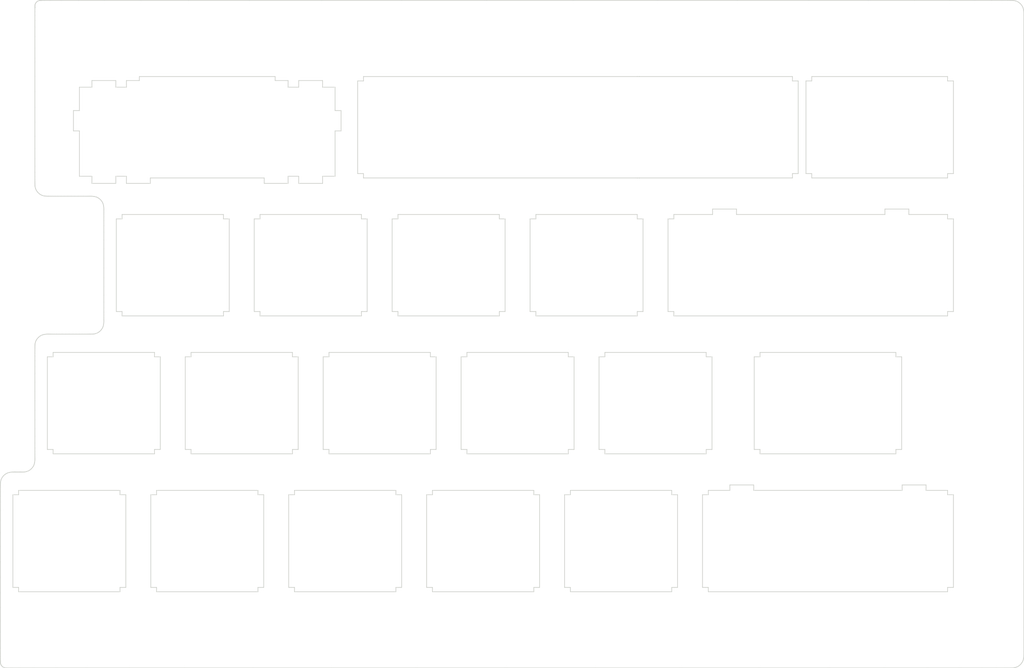
<source format=kicad_pcb>
(kicad_pcb (version 20171130) (host pcbnew "(5.0.0-rc2-dev-90-gfabbc48)")

  (general
    (thickness 1.6)
    (drawings 808)
    (tracks 0)
    (zones 0)
    (modules 7)
    (nets 1)
  )

  (page USLetter)
  (layers
    (0 F.Cu signal)
    (31 B.Cu signal)
    (32 B.Adhes user)
    (33 F.Adhes user)
    (34 B.Paste user)
    (35 F.Paste user)
    (36 B.SilkS user)
    (37 F.SilkS user)
    (38 B.Mask user)
    (39 F.Mask user)
    (40 Dwgs.User user)
    (41 Cmts.User user)
    (42 Eco1.User user)
    (43 Eco2.User user)
    (44 Edge.Cuts user)
    (45 Margin user)
    (46 B.CrtYd user)
    (47 F.CrtYd user)
    (48 B.Fab user)
    (49 F.Fab user)
  )

  (setup
    (last_trace_width 0.25)
    (trace_clearance 0.2)
    (zone_clearance 0.508)
    (zone_45_only no)
    (trace_min 0.2)
    (segment_width 0.2)
    (edge_width 0.15)
    (via_size 0.6)
    (via_drill 0.4)
    (via_min_size 0.4)
    (via_min_drill 0.3)
    (uvia_size 0.3)
    (uvia_drill 0.1)
    (uvias_allowed no)
    (uvia_min_size 0.2)
    (uvia_min_drill 0.1)
    (pcb_text_width 0.3)
    (pcb_text_size 1.5 1.5)
    (mod_edge_width 0.15)
    (mod_text_size 1 1)
    (mod_text_width 0.15)
    (pad_size 5.5 5.5)
    (pad_drill 3.2)
    (pad_to_mask_clearance 0.2)
    (aux_axis_origin 0 0)
    (visible_elements 7FFFFF7F)
    (pcbplotparams
      (layerselection 0x010c0_ffffffff)
      (usegerberextensions true)
      (usegerberattributes false)
      (usegerberadvancedattributes false)
      (creategerberjobfile false)
      (excludeedgelayer true)
      (linewidth 0.100000)
      (plotframeref false)
      (viasonmask false)
      (mode 1)
      (useauxorigin false)
      (hpglpennumber 1)
      (hpglpenspeed 20)
      (hpglpendiameter 15)
      (psnegative false)
      (psa4output false)
      (plotreference true)
      (plotvalue true)
      (plotinvisibletext false)
      (padsonsilk false)
      (subtractmaskfromsilk false)
      (outputformat 1)
      (mirror false)
      (drillshape 0)
      (scaleselection 1)
      (outputdirectory ../gerbers/step-right-top))
  )

  (net 0 "")

  (net_class Default "This is the default net class."
    (clearance 0.2)
    (trace_width 0.25)
    (via_dia 0.6)
    (via_drill 0.4)
    (uvia_dia 0.3)
    (uvia_drill 0.1)
  )

  (module Mounting_Holes:MountingHole_2.2mm_M2 (layer F.Cu) (tedit 5A7A0D6A) (tstamp 5A7A4DAD)
    (at 28.35 26.1)
    (descr "Mounting Hole 2.2mm, no annular, M2")
    (tags "mounting hole 2.2mm no annular m2")
    (attr virtual)
    (fp_text reference REF** (at 0 -3.2) (layer F.SilkS) hide
      (effects (font (size 1 1) (thickness 0.15)))
    )
    (fp_text value MountingHole_2.2mm_M2 (at 0 3.2) (layer F.Fab) hide
      (effects (font (size 1 1) (thickness 0.15)))
    )
    (fp_text user %R (at 0.3 0) (layer F.Fab) hide
      (effects (font (size 1 1) (thickness 0.15)))
    )
    (fp_circle (center 0 0) (end 2.2 0) (layer Cmts.User) (width 0.15))
    (fp_circle (center 0 0) (end 2.45 0) (layer F.CrtYd) (width 0.05))
    (pad 1 np_thru_hole circle (at 0 0) (size 2.2 2.2) (drill 2.2) (layers *.Cu *.Mask))
  )

  (module Mounting_Holes:MountingHole_2.2mm_M2 (layer F.Cu) (tedit 5A7A0D6A) (tstamp 5A7A4DA6)
    (at 90.025 26.125)
    (descr "Mounting Hole 2.2mm, no annular, M2")
    (tags "mounting hole 2.2mm no annular m2")
    (attr virtual)
    (fp_text reference REF** (at 0 -3.2) (layer F.SilkS) hide
      (effects (font (size 1 1) (thickness 0.15)))
    )
    (fp_text value MountingHole_2.2mm_M2 (at 0 3.2) (layer F.Fab) hide
      (effects (font (size 1 1) (thickness 0.15)))
    )
    (fp_text user %R (at 0.3 0) (layer F.Fab) hide
      (effects (font (size 1 1) (thickness 0.15)))
    )
    (fp_circle (center 0 0) (end 2.2 0) (layer Cmts.User) (width 0.15))
    (fp_circle (center 0 0) (end 2.45 0) (layer F.CrtYd) (width 0.05))
    (pad 1 np_thru_hole circle (at 0 0) (size 2.2 2.2) (drill 2.2) (layers *.Cu *.Mask))
  )

  (module Mounting_Holes:MountingHole_2.2mm_M2 (layer F.Cu) (tedit 5A7A0D6A) (tstamp 5A7A4D9F)
    (at 156.475 26.55)
    (descr "Mounting Hole 2.2mm, no annular, M2")
    (tags "mounting hole 2.2mm no annular m2")
    (attr virtual)
    (fp_text reference REF** (at 0 -3.2) (layer F.SilkS) hide
      (effects (font (size 1 1) (thickness 0.15)))
    )
    (fp_text value MountingHole_2.2mm_M2 (at 0 3.2) (layer F.Fab) hide
      (effects (font (size 1 1) (thickness 0.15)))
    )
    (fp_text user %R (at 0.3 0) (layer F.Fab) hide
      (effects (font (size 1 1) (thickness 0.15)))
    )
    (fp_circle (center 0 0) (end 2.2 0) (layer Cmts.User) (width 0.15))
    (fp_circle (center 0 0) (end 2.45 0) (layer F.CrtYd) (width 0.05))
    (pad 1 np_thru_hole circle (at 0 0) (size 2.2 2.2) (drill 2.2) (layers *.Cu *.Mask))
  )

  (module Mounting_Holes:MountingHole_2.2mm_M2 (layer F.Cu) (tedit 5A7A0D6A) (tstamp 5A7A4D98)
    (at 156.925 68.2)
    (descr "Mounting Hole 2.2mm, no annular, M2")
    (tags "mounting hole 2.2mm no annular m2")
    (attr virtual)
    (fp_text reference REF** (at 0 -3.2) (layer F.SilkS) hide
      (effects (font (size 1 1) (thickness 0.15)))
    )
    (fp_text value MountingHole_2.2mm_M2 (at 0 3.2) (layer F.Fab) hide
      (effects (font (size 1 1) (thickness 0.15)))
    )
    (fp_text user %R (at 0.3 0) (layer F.Fab) hide
      (effects (font (size 1 1) (thickness 0.15)))
    )
    (fp_circle (center 0 0) (end 2.2 0) (layer Cmts.User) (width 0.15))
    (fp_circle (center 0 0) (end 2.45 0) (layer F.CrtYd) (width 0.05))
    (pad 1 np_thru_hole circle (at 0 0) (size 2.2 2.2) (drill 2.2) (layers *.Cu *.Mask))
  )

  (module Mounting_Holes:MountingHole_2.2mm_M2 (layer F.Cu) (tedit 5A7A0D6A) (tstamp 5A7A4D91)
    (at 156.45 109.875)
    (descr "Mounting Hole 2.2mm, no annular, M2")
    (tags "mounting hole 2.2mm no annular m2")
    (attr virtual)
    (fp_text reference REF** (at 0 -3.2) (layer F.SilkS) hide
      (effects (font (size 1 1) (thickness 0.15)))
    )
    (fp_text value MountingHole_2.2mm_M2 (at 0 3.2) (layer F.Fab) hide
      (effects (font (size 1 1) (thickness 0.15)))
    )
    (fp_text user %R (at 0.3 0) (layer F.Fab) hide
      (effects (font (size 1 1) (thickness 0.15)))
    )
    (fp_circle (center 0 0) (end 2.2 0) (layer Cmts.User) (width 0.15))
    (fp_circle (center 0 0) (end 2.45 0) (layer F.CrtYd) (width 0.05))
    (pad 1 np_thru_hole circle (at 0 0) (size 2.2 2.2) (drill 2.2) (layers *.Cu *.Mask))
  )

  (module Mounting_Holes:MountingHole_2.2mm_M2 (layer F.Cu) (tedit 5A7A0D6A) (tstamp 5A7A4D8A)
    (at 90.025 110.3)
    (descr "Mounting Hole 2.2mm, no annular, M2")
    (tags "mounting hole 2.2mm no annular m2")
    (attr virtual)
    (fp_text reference REF** (at 0 -3.2) (layer F.SilkS) hide
      (effects (font (size 1 1) (thickness 0.15)))
    )
    (fp_text value MountingHole_2.2mm_M2 (at 0 3.2) (layer F.Fab) hide
      (effects (font (size 1 1) (thickness 0.15)))
    )
    (fp_text user %R (at 0.3 0) (layer F.Fab) hide
      (effects (font (size 1 1) (thickness 0.15)))
    )
    (fp_circle (center 0 0) (end 2.2 0) (layer Cmts.User) (width 0.15))
    (fp_circle (center 0 0) (end 2.45 0) (layer F.CrtYd) (width 0.05))
    (pad 1 np_thru_hole circle (at 0 0) (size 2.2 2.2) (drill 2.2) (layers *.Cu *.Mask))
  )

  (module Mounting_Holes:MountingHole_2.2mm_M2 (layer F.Cu) (tedit 5A7A0D6A) (tstamp 5A7A4D68)
    (at 23.55 110.3)
    (descr "Mounting Hole 2.2mm, no annular, M2")
    (tags "mounting hole 2.2mm no annular m2")
    (attr virtual)
    (fp_text reference REF** (at 0 -3.2) (layer F.SilkS) hide
      (effects (font (size 1 1) (thickness 0.15)))
    )
    (fp_text value MountingHole_2.2mm_M2 (at 0 3.2) (layer F.Fab) hide
      (effects (font (size 1 1) (thickness 0.15)))
    )
    (fp_text user %R (at 0.3 0) (layer F.Fab) hide
      (effects (font (size 1 1) (thickness 0.15)))
    )
    (fp_circle (center 0 0) (end 2.2 0) (layer Cmts.User) (width 0.15))
    (fp_circle (center 0 0) (end 2.45 0) (layer F.CrtYd) (width 0.05))
    (pad 1 np_thru_hole circle (at 0 0) (size 2.2 2.2) (drill 2.2) (layers *.Cu *.Mask))
  )

  (gr_line (start 24.323056 30.108332) (end 24.323056 30.108332) (layer Edge.Cuts) (width 0.1))
  (gr_line (start 24.323056 25.842692) (end 24.323056 27.113745) (layer Edge.Cuts) (width 0.1))
  (gr_line (start 24.323056 24.873472) (end 24.323056 25.842692) (layer Edge.Cuts) (width 0.1))
  (gr_line (start 24.323056 24.16517) (end 24.323056 24.873472) (layer Edge.Cuts) (width 0.1))
  (gr_line (start 24.323056 23.67687) (end 24.323056 24.16517) (layer Edge.Cuts) (width 0.1))
  (gr_line (start 24.323056 23.367657) (end 24.323056 23.67687) (layer Edge.Cuts) (width 0.1))
  (gr_line (start 24.323056 23.196617) (end 24.323056 23.367657) (layer Edge.Cuts) (width 0.1))
  (gr_line (start 24.323056 23.122834) (end 24.323056 23.196617) (layer Edge.Cuts) (width 0.1))
  (gr_line (start 24.323056 23.105393) (end 24.323056 23.122834) (layer Edge.Cuts) (width 0.1))
  (gr_line (start 24.323056 23.104989) (end 24.323056 23.105393) (layer Edge.Cuts) (width 0.1))
  (gr_line (start 24.323056 23.10436) (end 24.323056 23.104989) (layer Edge.Cuts) (width 0.1))
  (gr_line (start 24.323056 23.102211) (end 24.323056 23.10436) (layer Edge.Cuts) (width 0.1))
  (gr_line (start 24.323056 23.097606) (end 24.323056 23.102211) (layer Edge.Cuts) (width 0.1))
  (gr_line (start 24.323056 23.089608) (end 24.323056 23.097606) (layer Edge.Cuts) (width 0.1))
  (gr_line (start 24.323056 23.077282) (end 24.323056 23.089608) (layer Edge.Cuts) (width 0.1))
  (gr_line (start 24.323056 23.05969) (end 24.323056 23.077282) (layer Edge.Cuts) (width 0.1))
  (gr_line (start 24.323056 23.035896) (end 24.323056 23.05969) (layer Edge.Cuts) (width 0.1))
  (gr_line (start 24.323058 23.00497) (end 24.323056 23.035896) (layer Edge.Cuts) (width 0.1))
  (gr_line (start 24.323301 22.96662) (end 24.323058 23.00497) (layer Edge.Cuts) (width 0.1))
  (gr_line (start 24.324489 22.921813) (end 24.323301 22.96662) (layer Edge.Cuts) (width 0.1))
  (gr_line (start 24.327383 22.871664) (end 24.324489 22.921813) (layer Edge.Cuts) (width 0.1))
  (gr_line (start 24.33274 22.817285) (end 24.327383 22.871664) (layer Edge.Cuts) (width 0.1))
  (gr_line (start 24.34132 22.759791) (end 24.33274 22.817285) (layer Edge.Cuts) (width 0.1))
  (gr_line (start 24.353882 22.700294) (end 24.34132 22.759791) (layer Edge.Cuts) (width 0.1))
  (gr_line (start 24.371186 22.63991) (end 24.353882 22.700294) (layer Edge.Cuts) (width 0.1))
  (gr_line (start 24.39399 22.579751) (end 24.371186 22.63991) (layer Edge.Cuts) (width 0.1))
  (gr_line (start 24.422906 22.520873) (end 24.39399 22.579751) (layer Edge.Cuts) (width 0.1))
  (gr_line (start 24.457676 22.463985) (end 24.422906 22.520873) (layer Edge.Cuts) (width 0.1))
  (gr_line (start 24.497717 22.40967) (end 24.457676 22.463985) (layer Edge.Cuts) (width 0.1))
  (gr_line (start 24.542447 22.358509) (end 24.497717 22.40967) (layer Edge.Cuts) (width 0.1))
  (gr_line (start 24.591286 22.311084) (end 24.542447 22.358509) (layer Edge.Cuts) (width 0.1))
  (gr_line (start 24.643651 22.267978) (end 24.591286 22.311084) (layer Edge.Cuts) (width 0.1))
  (gr_line (start 24.698961 22.22977) (end 24.643651 22.267978) (layer Edge.Cuts) (width 0.1))
  (gr_line (start 24.756633 22.197044) (end 24.698961 22.22977) (layer Edge.Cuts) (width 0.1))
  (gr_line (start 24.816076 22.170355) (end 24.756633 22.197044) (layer Edge.Cuts) (width 0.1))
  (gr_line (start 24.876445 22.149622) (end 24.816076 22.170355) (layer Edge.Cuts) (width 0.1))
  (gr_line (start 24.936637 22.134115) (end 24.876445 22.149622) (layer Edge.Cuts) (width 0.1))
  (gr_line (start 24.99554 22.123076) (end 24.936637 22.134115) (layer Edge.Cuts) (width 0.1))
  (gr_line (start 25.052039 22.115745) (end 24.99554 22.123076) (layer Edge.Cuts) (width 0.1))
  (gr_line (start 25.10502 22.111363) (end 25.052039 22.115745) (layer Edge.Cuts) (width 0.1))
  (gr_line (start 25.153371 22.109172) (end 25.10502 22.111363) (layer Edge.Cuts) (width 0.1))
  (gr_line (start 25.195978 22.108412) (end 25.153371 22.109172) (layer Edge.Cuts) (width 0.1))
  (gr_line (start 25.231784 22.108324) (end 25.195978 22.108412) (layer Edge.Cuts) (width 0.1))
  (gr_line (start 25.312443 22.108323) (end 25.231784 22.108324) (layer Edge.Cuts) (width 0.1))
  (gr_line (start 25.63963 22.10832) (end 25.312443 22.108323) (layer Edge.Cuts) (width 0.1))
  (gr_line (start 26.441532 22.108312) (end 25.63963 22.10832) (layer Edge.Cuts) (width 0.1))
  (gr_line (start 27.946334 22.108299) (end 26.441532 22.108312) (layer Edge.Cuts) (width 0.1))
  (gr_line (start 30.382224 22.108276) (end 27.946334 22.108299) (layer Edge.Cuts) (width 0.1))
  (gr_line (start 33.977388 22.108243) (end 30.382224 22.108276) (layer Edge.Cuts) (width 0.1))
  (gr_line (start 38.960013 22.108197) (end 33.977388 22.108243) (layer Edge.Cuts) (width 0.1))
  (gr_line (start 45.558286 22.108136) (end 38.960013 22.108197) (layer Edge.Cuts) (width 0.1))
  (gr_line (start 53.954713 22.108058) (end 45.558286 22.108136) (layer Edge.Cuts) (width 0.1))
  (gr_line (start 63.917485 22.107966) (end 53.954713 22.108058) (layer Edge.Cuts) (width 0.1))
  (gr_line (start 74.994157 22.107864) (end 63.917485 22.107966) (layer Edge.Cuts) (width 0.1))
  (gr_line (start 86.730226 22.107756) (end 74.994157 22.107864) (layer Edge.Cuts) (width 0.1))
  (gr_line (start 98.671193 22.107645) (end 86.730226 22.107756) (layer Edge.Cuts) (width 0.1))
  (gr_line (start 110.362558 22.107537) (end 98.671193 22.107645) (layer Edge.Cuts) (width 0.1))
  (gr_line (start 121.349819 22.107436) (end 110.362558 22.107537) (layer Edge.Cuts) (width 0.1))
  (gr_line (start 131.178477 22.107345) (end 121.349819 22.107436) (layer Edge.Cuts) (width 0.1))
  (gr_line (start 139.399376 22.107269) (end 131.178477 22.107345) (layer Edge.Cuts) (width 0.1))
  (gr_line (start 145.829002 22.10721) (end 139.399376 22.107269) (layer Edge.Cuts) (width 0.1))
  (gr_line (start 150.66671 22.107165) (end 145.829002 22.10721) (layer Edge.Cuts) (width 0.1))
  (gr_line (start 154.141628 22.107133) (end 150.66671 22.107165) (layer Edge.Cuts) (width 0.1))
  (gr_line (start 156.482888 22.107111) (end 154.141628 22.107133) (layer Edge.Cuts) (width 0.1))
  (gr_line (start 157.91962 22.107098) (end 156.482888 22.107111) (layer Edge.Cuts) (width 0.1))
  (gr_line (start 158.680953 22.107091) (end 157.91962 22.107098) (layer Edge.Cuts) (width 0.1))
  (gr_line (start 158.996018 22.107088) (end 158.680953 22.107091) (layer Edge.Cuts) (width 0.1))
  (gr_line (start 159.093945 22.107087) (end 158.996018 22.107088) (layer Edge.Cuts) (width 0.1))
  (gr_line (start 159.167168 22.107328) (end 159.093945 22.107087) (layer Edge.Cuts) (width 0.1))
  (gr_line (start 159.25394 22.109068) (end 159.167168 22.107328) (layer Edge.Cuts) (width 0.1))
  (gr_line (start 159.352025 22.113831) (end 159.25394 22.109068) (layer Edge.Cuts) (width 0.1))
  (gr_line (start 159.459188 22.123141) (end 159.352025 22.113831) (layer Edge.Cuts) (width 0.1))
  (gr_line (start 159.573192 22.138521) (end 159.459188 22.123141) (layer Edge.Cuts) (width 0.1))
  (gr_line (start 159.691801 22.161497) (end 159.573192 22.138521) (layer Edge.Cuts) (width 0.1))
  (gr_line (start 159.81278 22.193591) (end 159.691801 22.161497) (layer Edge.Cuts) (width 0.1))
  (gr_line (start 159.933893 22.236329) (end 159.81278 22.193591) (layer Edge.Cuts) (width 0.1))
  (gr_line (start 160.052944 22.291133) (end 159.933893 22.236329) (layer Edge.Cuts) (width 0.1))
  (gr_line (start 160.168315 22.357968) (end 160.052944 22.291133) (layer Edge.Cuts) (width 0.1))
  (gr_line (start 160.278828 22.435693) (end 160.168315 22.357968) (layer Edge.Cuts) (width 0.1))
  (gr_line (start 160.383315 22.52314) (end 160.278828 22.435693) (layer Edge.Cuts) (width 0.1))
  (gr_line (start 160.480608 22.61914) (end 160.383315 22.52314) (layer Edge.Cuts) (width 0.1))
  (gr_line (start 160.569538 22.722527) (end 160.480608 22.61914) (layer Edge.Cuts) (width 0.1))
  (gr_line (start 160.648938 22.832132) (end 160.569538 22.722527) (layer Edge.Cuts) (width 0.1))
  (gr_line (start 160.717639 22.946786) (end 160.648938 22.832132) (layer Edge.Cuts) (width 0.1))
  (gr_line (start 160.774479 23.06532) (end 160.717639 22.946786) (layer Edge.Cuts) (width 0.1))
  (gr_line (start 160.819108 23.186241) (end 160.774479 23.06532) (layer Edge.Cuts) (width 0.1))
  (gr_line (start 160.852844 23.307395) (end 160.819108 23.186241) (layer Edge.Cuts) (width 0.1))
  (gr_line (start 160.877211 23.426546) (end 160.852844 23.307395) (layer Edge.Cuts) (width 0.1))
  (gr_line (start 160.893733 23.541458) (end 160.877211 23.426546) (layer Edge.Cuts) (width 0.1))
  (gr_line (start 160.903935 23.649895) (end 160.893733 23.541458) (layer Edge.Cuts) (width 0.1))
  (gr_line (start 160.909339 23.749622) (end 160.903935 23.649895) (layer Edge.Cuts) (width 0.1))
  (gr_line (start 160.911471 23.838402) (end 160.909339 23.749622) (layer Edge.Cuts) (width 0.1))
  (gr_line (start 160.911854 23.913999) (end 160.911471 23.838402) (layer Edge.Cuts) (width 0.1))
  (gr_line (start 160.911855 23.990093) (end 160.911854 23.913999) (layer Edge.Cuts) (width 0.1))
  (gr_line (start 160.911855 24.180023) (end 160.911855 23.990093) (layer Edge.Cuts) (width 0.1))
  (gr_line (start 160.911855 24.63562) (end 160.911855 24.180023) (layer Edge.Cuts) (width 0.1))
  (gr_line (start 160.911855 25.508799) (end 160.911855 24.63562) (layer Edge.Cuts) (width 0.1))
  (gr_line (start 160.911855 26.951475) (end 160.911855 25.508799) (layer Edge.Cuts) (width 0.1))
  (gr_line (start 160.911855 29.115561) (end 160.911855 26.951475) (layer Edge.Cuts) (width 0.1))
  (gr_line (start 160.911855 32.152974) (end 160.911855 29.115561) (layer Edge.Cuts) (width 0.1))
  (gr_line (start 160.911855 36.215627) (end 160.911855 32.152974) (layer Edge.Cuts) (width 0.1))
  (gr_line (start 160.911855 41.447341) (end 160.911855 36.215627) (layer Edge.Cuts) (width 0.1))
  (gr_line (start 160.911855 47.782372) (end 160.911855 41.447341) (layer Edge.Cuts) (width 0.1))
  (gr_line (start 160.911855 54.931525) (end 160.911855 47.782372) (layer Edge.Cuts) (width 0.1))
  (gr_line (start 160.911855 62.594731) (end 160.911855 54.931525) (layer Edge.Cuts) (width 0.1))
  (gr_line (start 160.911855 70.471922) (end 160.911855 62.594731) (layer Edge.Cuts) (width 0.1))
  (gr_line (start 160.911855 78.263027) (end 160.911855 70.471922) (layer Edge.Cuts) (width 0.1))
  (gr_line (start 160.911855 85.667977) (end 160.911855 78.263027) (layer Edge.Cuts) (width 0.1))
  (gr_line (start 160.911855 92.386703) (end 160.911855 85.667977) (layer Edge.Cuts) (width 0.1))
  (gr_line (start 160.911855 98.119207) (end 160.911855 92.386703) (layer Edge.Cuts) (width 0.1))
  (gr_line (start 160.911855 102.665022) (end 160.911855 98.119207) (layer Edge.Cuts) (width 0.1))
  (gr_line (start 160.911855 106.120847) (end 160.911855 102.665022) (layer Edge.Cuts) (width 0.1))
  (gr_line (start 160.911855 108.638595) (end 160.911855 106.120847) (layer Edge.Cuts) (width 0.1))
  (gr_line (start 160.911855 110.370181) (end 160.911855 108.638595) (layer Edge.Cuts) (width 0.1))
  (gr_line (start 160.911855 111.46752) (end 160.911855 110.370181) (layer Edge.Cuts) (width 0.1))
  (gr_line (start 160.911855 112.082527) (end 160.911855 111.46752) (layer Edge.Cuts) (width 0.1))
  (gr_line (start 160.911855 112.367115) (end 160.911855 112.082527) (layer Edge.Cuts) (width 0.1))
  (gr_line (start 160.911855 112.473201) (end 160.911855 112.367115) (layer Edge.Cuts) (width 0.1))
  (gr_line (start 160.91176 112.543056) (end 160.911855 112.473201) (layer Edge.Cuts) (width 0.1))
  (gr_line (start 160.910559 112.626489) (end 160.91176 112.543056) (layer Edge.Cuts) (width 0.1))
  (gr_line (start 160.906736 112.721823) (end 160.910559 112.626489) (layer Edge.Cuts) (width 0.1))
  (gr_line (start 160.898766 112.82682) (end 160.906736 112.721823) (layer Edge.Cuts) (width 0.1))
  (gr_line (start 160.885124 112.939245) (end 160.898766 112.82682) (layer Edge.Cuts) (width 0.1))
  (gr_line (start 160.864287 113.056862) (end 160.885124 112.939245) (layer Edge.Cuts) (width 0.1))
  (gr_line (start 160.834731 113.177435) (end 160.864287 113.056862) (layer Edge.Cuts) (width 0.1))
  (gr_line (start 160.794932 113.298728) (end 160.834731 113.177435) (layer Edge.Cuts) (width 0.1))
  (gr_line (start 160.743385 113.418513) (end 160.794932 113.298728) (layer Edge.Cuts) (width 0.1))
  (gr_line (start 160.679599 113.534964) (end 160.743385 113.418513) (layer Edge.Cuts) (width 0.1))
  (gr_line (start 160.604618 113.646863) (end 160.679599 113.534964) (layer Edge.Cuts) (width 0.1))
  (gr_line (start 160.519608 113.753043) (end 160.604618 113.646863) (layer Edge.Cuts) (width 0.1))
  (gr_line (start 160.425738 113.852334) (end 160.519608 113.753043) (layer Edge.Cuts) (width 0.1))
  (gr_line (start 160.324176 113.94357) (end 160.425738 113.852334) (layer Edge.Cuts) (width 0.1))
  (gr_line (start 160.21609 114.025581) (end 160.324176 113.94357) (layer Edge.Cuts) (width 0.1))
  (gr_line (start 160.102647 114.097201) (end 160.21609 114.025581) (layer Edge.Cuts) (width 0.1))
  (gr_line (start 159.985017 114.15726) (end 160.102647 114.097201) (layer Edge.Cuts) (width 0.1))
  (gr_line (start 159.864527 114.204998) (end 159.985017 114.15726) (layer Edge.Cuts) (width 0.1))
  (gr_line (start 159.743219 114.241443) (end 159.864527 114.204998) (layer Edge.Cuts) (width 0.1))
  (gr_line (start 159.623327 114.268119) (end 159.743219 114.241443) (layer Edge.Cuts) (width 0.1))
  (gr_line (start 159.507087 114.286552) (end 159.623327 114.268119) (layer Edge.Cuts) (width 0.1))
  (gr_line (start 159.396736 114.298263) (end 159.507087 114.286552) (layer Edge.Cuts) (width 0.1))
  (gr_line (start 159.294509 114.304779) (end 159.396736 114.298263) (layer Edge.Cuts) (width 0.1))
  (gr_line (start 159.202643 114.307622) (end 159.294509 114.304779) (layer Edge.Cuts) (width 0.1))
  (gr_line (start 159.123372 114.308316) (end 159.202643 114.307622) (layer Edge.Cuts) (width 0.1))
  (gr_line (start 159.050729 114.308333) (end 159.123372 114.308316) (layer Edge.Cuts) (width 0.1))
  (gr_line (start 158.851089 114.308333) (end 159.050729 114.308333) (layer Edge.Cuts) (width 0.1))
  (gr_line (start 158.289981 114.308333) (end 158.851089 114.308333) (layer Edge.Cuts) (width 0.1))
  (gr_line (start 157.130183 114.308333) (end 158.289981 114.308333) (layer Edge.Cuts) (width 0.1))
  (gr_line (start 155.134479 114.308333) (end 157.130183 114.308333) (layer Edge.Cuts) (width 0.1))
  (gr_line (start 152.065648 114.308333) (end 155.134479 114.308333) (layer Edge.Cuts) (width 0.1))
  (gr_line (start 147.686472 114.308333) (end 152.065648 114.308333) (layer Edge.Cuts) (width 0.1))
  (gr_line (start 141.759732 114.308333) (end 147.686472 114.308333) (layer Edge.Cuts) (width 0.1))
  (gr_line (start 134.04935 114.308333) (end 141.759732 114.308333) (layer Edge.Cuts) (width 0.1))
  (gr_line (start 124.525313 114.308333) (end 134.04935 114.308333) (layer Edge.Cuts) (width 0.1))
  (gr_line (start 113.600816 114.308333) (end 124.525313 114.308333) (layer Edge.Cuts) (width 0.1))
  (gr_line (start 101.746536 114.308333) (end 113.600816 114.308333) (layer Edge.Cuts) (width 0.1))
  (gr_line (start 89.433152 114.308333) (end 101.746536 114.308333) (layer Edge.Cuts) (width 0.1))
  (gr_line (start 77.131342 114.308333) (end 89.433152 114.308333) (layer Edge.Cuts) (width 0.1))
  (gr_line (start 65.311784 114.308332) (end 77.131342 114.308333) (layer Edge.Cuts) (width 0.1))
  (gr_line (start 54.445157 114.308332) (end 65.311784 114.308332) (layer Edge.Cuts) (width 0.1))
  (gr_line (start 45.002139 114.308332) (end 54.445157 114.308332) (layer Edge.Cuts) (width 0.1))
  (gr_line (start 37.384548 114.308332) (end 45.002139 114.308332) (layer Edge.Cuts) (width 0.1))
  (gr_line (start 31.540339 114.308332) (end 37.384548 114.308332) (layer Edge.Cuts) (width 0.1))
  (gr_line (start 27.233747 114.308332) (end 31.540339 114.308332) (layer Edge.Cuts) (width 0.1))
  (gr_line (start 24.22849 114.308332) (end 27.233747 114.308332) (layer Edge.Cuts) (width 0.1))
  (gr_line (start 22.288287 114.308332) (end 24.22849 114.308332) (layer Edge.Cuts) (width 0.1))
  (gr_line (start 21.176853 114.308332) (end 22.288287 114.308332) (layer Edge.Cuts) (width 0.1))
  (gr_line (start 20.657907 114.308332) (end 21.176853 114.308332) (layer Edge.Cuts) (width 0.1))
  (gr_line (start 20.495167 114.308332) (end 20.657907 114.308332) (layer Edge.Cuts) (width 0.1))
  (gr_line (start 20.456177 114.30832) (end 20.495167 114.308332) (layer Edge.Cuts) (width 0.1))
  (gr_line (start 20.416064 114.307936) (end 20.456177 114.30832) (layer Edge.Cuts) (width 0.1))
  (gr_line (start 20.369685 114.306437) (end 20.416064 114.307936) (layer Edge.Cuts) (width 0.1))
  (gr_line (start 20.318164 114.303057) (end 20.369685 114.306437) (layer Edge.Cuts) (width 0.1))
  (gr_line (start 20.262621 114.297033) (end 20.318164 114.303057) (layer Edge.Cuts) (width 0.1))
  (gr_line (start 20.204179 114.287598) (end 20.262621 114.297033) (layer Edge.Cuts) (width 0.1))
  (gr_line (start 20.143959 114.27399) (end 20.204179 114.287598) (layer Edge.Cuts) (width 0.1))
  (gr_line (start 20.083084 114.255442) (end 20.143959 114.27399) (layer Edge.Cuts) (width 0.1))
  (gr_line (start 20.022675 114.23119) (end 20.083084 114.255442) (layer Edge.Cuts) (width 0.1))
  (gr_line (start 19.963741 114.200755) (end 20.022675 114.23119) (layer Edge.Cuts) (width 0.1))
  (gr_line (start 19.906937 114.164548) (end 19.963741 114.200755) (layer Edge.Cuts) (width 0.1))
  (gr_line (start 19.85285 114.123156) (end 19.906937 114.164548) (layer Edge.Cuts) (width 0.1))
  (gr_line (start 19.802065 114.077164) (end 19.85285 114.123156) (layer Edge.Cuts) (width 0.1))
  (gr_line (start 19.755168 114.027158) (end 19.802065 114.077164) (layer Edge.Cuts) (width 0.1))
  (gr_line (start 19.712746 113.973725) (end 19.755168 114.027158) (layer Edge.Cuts) (width 0.1))
  (gr_line (start 19.675385 113.917451) (end 19.712746 113.973725) (layer Edge.Cuts) (width 0.1))
  (gr_line (start 19.643671 113.858922) (end 19.675385 113.917451) (layer Edge.Cuts) (width 0.1))
  (gr_line (start 19.618111 113.798755) (end 19.643671 113.858922) (layer Edge.Cuts) (width 0.1))
  (gr_line (start 19.598411 113.737885) (end 19.618111 113.798755) (layer Edge.Cuts) (width 0.1))
  (gr_line (start 19.583814 113.677431) (end 19.598411 113.737885) (layer Edge.Cuts) (width 0.1))
  (gr_line (start 19.573554 113.618516) (end 19.583814 113.677431) (layer Edge.Cuts) (width 0.1))
  (gr_line (start 19.566867 113.562262) (end 19.573554 113.618516) (layer Edge.Cuts) (width 0.1))
  (gr_line (start 19.562988 113.509789) (end 19.566867 113.562262) (layer Edge.Cuts) (width 0.1))
  (gr_line (start 19.561152 113.462221) (end 19.562988 113.509789) (layer Edge.Cuts) (width 0.1))
  (gr_line (start 19.560595 113.420679) (end 19.561152 113.462221) (layer Edge.Cuts) (width 0.1))
  (gr_line (start 19.560556 113.386032) (end 19.560595 113.420679) (layer Edge.Cuts) (width 0.1))
  (gr_line (start 19.560556 113.343393) (end 19.560556 113.386032) (layer Edge.Cuts) (width 0.1))
  (gr_line (start 19.560556 113.25309) (end 19.560556 113.343393) (layer Edge.Cuts) (width 0.1))
  (gr_line (start 19.560556 113.073277) (end 19.560556 113.25309) (layer Edge.Cuts) (width 0.1))
  (gr_line (start 19.560556 112.762108) (end 19.560556 113.073277) (layer Edge.Cuts) (width 0.1))
  (gr_line (start 19.560556 112.277738) (end 19.560556 112.762108) (layer Edge.Cuts) (width 0.1))
  (gr_line (start 19.560556 111.578321) (end 19.560556 112.277738) (layer Edge.Cuts) (width 0.1))
  (gr_line (start 19.560556 110.622011) (end 19.560556 111.578321) (layer Edge.Cuts) (width 0.1))
  (gr_line (start 19.560556 109.366961) (end 19.560556 110.622011) (layer Edge.Cuts) (width 0.1))
  (gr_line (start 19.560556 107.789042) (end 19.560556 109.366961) (layer Edge.Cuts) (width 0.1))
  (gr_line (start 19.560556 105.946264) (end 19.560556 107.789042) (layer Edge.Cuts) (width 0.1))
  (gr_line (start 19.560556 103.92043) (end 19.560556 105.946264) (layer Edge.Cuts) (width 0.1))
  (gr_line (start 19.560556 101.793345) (end 19.560556 103.92043) (layer Edge.Cuts) (width 0.1))
  (gr_line (start 19.560556 99.646815) (end 19.560556 101.793345) (layer Edge.Cuts) (width 0.1))
  (gr_line (start 19.560556 97.562645) (end 19.560556 99.646815) (layer Edge.Cuts) (width 0.1))
  (gr_line (start 19.560556 95.62264) (end 19.560556 97.562645) (layer Edge.Cuts) (width 0.1))
  (gr_line (start 19.560556 93.908604) (end 19.560556 95.62264) (layer Edge.Cuts) (width 0.1))
  (gr_line (start 19.560556 92.498421) (end 19.560556 93.908604) (layer Edge.Cuts) (width 0.1))
  (gr_line (start 19.560556 91.404727) (end 19.560556 92.498421) (layer Edge.Cuts) (width 0.1))
  (gr_line (start 19.560556 90.586345) (end 19.560556 91.404727) (layer Edge.Cuts) (width 0.1))
  (gr_line (start 19.560556 90.000494) (end 19.560556 90.586345) (layer Edge.Cuts) (width 0.1))
  (gr_line (start 19.560556 89.604391) (end 19.560556 90.000494) (layer Edge.Cuts) (width 0.1))
  (gr_line (start 19.560556 89.355253) (end 19.560556 89.604391) (layer Edge.Cuts) (width 0.1))
  (gr_line (start 19.560556 89.210299) (end 19.560556 89.355253) (layer Edge.Cuts) (width 0.1))
  (gr_line (start 19.560556 89.126746) (end 19.560556 89.210299) (layer Edge.Cuts) (width 0.1))
  (gr_line (start 19.560558 89.061867) (end 19.560556 89.126746) (layer Edge.Cuts) (width 0.1))
  (gr_line (start 19.560991 88.98557) (end 19.560558 89.061867) (layer Edge.Cuts) (width 0.1))
  (gr_line (start 19.563248 88.8962) (end 19.560991 88.98557) (layer Edge.Cuts) (width 0.1))
  (gr_line (start 19.568853 88.795994) (end 19.563248 88.8962) (layer Edge.Cuts) (width 0.1))
  (gr_line (start 19.57933 88.687186) (end 19.568853 88.795994) (layer Edge.Cuts) (width 0.1))
  (gr_line (start 19.596202 88.572014) (end 19.57933 88.687186) (layer Edge.Cuts) (width 0.1))
  (gr_line (start 19.620994 88.452713) (end 19.596202 88.572014) (layer Edge.Cuts) (width 0.1))
  (gr_line (start 19.65523 88.331519) (end 19.620994 88.452713) (layer Edge.Cuts) (width 0.1))
  (gr_line (start 19.700433 88.210668) (end 19.65523 88.331519) (layer Edge.Cuts) (width 0.1))
  (gr_line (start 19.75788 88.092297) (end 19.700433 88.210668) (layer Edge.Cuts) (width 0.1))
  (gr_line (start 19.827134 87.977864) (end 19.75788 88.092297) (layer Edge.Cuts) (width 0.1))
  (gr_line (start 19.907029 87.868538) (end 19.827134 87.977864) (layer Edge.Cuts) (width 0.1))
  (gr_line (start 19.996396 87.765488) (end 19.907029 87.868538) (layer Edge.Cuts) (width 0.1))
  (gr_line (start 20.094069 87.669881) (end 19.996396 87.765488) (layer Edge.Cuts) (width 0.1))
  (gr_line (start 20.198878 87.582885) (end 20.094069 87.669881) (layer Edge.Cuts) (width 0.1))
  (gr_line (start 20.309657 87.505668) (end 20.198878 87.582885) (layer Edge.Cuts) (width 0.1))
  (gr_line (start 20.425236 87.439399) (end 20.309657 87.505668) (layer Edge.Cuts) (width 0.1))
  (gr_line (start 20.544432 87.385206) (end 20.425236 87.439399) (layer Edge.Cuts) (width 0.1))
  (gr_line (start 20.66559 87.343027) (end 20.544432 87.385206) (layer Edge.Cuts) (width 0.1))
  (gr_line (start 20.786504 87.311416) (end 20.66559 87.343027) (layer Edge.Cuts) (width 0.1))
  (gr_line (start 20.904938 87.288848) (end 20.786504 87.311416) (layer Edge.Cuts) (width 0.1))
  (gr_line (start 21.018657 87.273801) (end 20.904938 87.288848) (layer Edge.Cuts) (width 0.1))
  (gr_line (start 21.125424 87.26475) (end 21.018657 87.273801) (layer Edge.Cuts) (width 0.1))
  (gr_line (start 21.223005 87.260171) (end 21.125424 87.26475) (layer Edge.Cuts) (width 0.1))
  (gr_line (start 21.309162 87.258539) (end 21.223005 87.260171) (layer Edge.Cuts) (width 0.1))
  (gr_line (start 21.381661 87.258332) (end 21.309162 87.258539) (layer Edge.Cuts) (width 0.1))
  (gr_line (start 21.439355 87.258332) (end 21.381661 87.258332) (layer Edge.Cuts) (width 0.1))
  (gr_line (start 21.484683 87.258332) (end 21.439355 87.258332) (layer Edge.Cuts) (width 0.1))
  (gr_line (start 21.520819 87.258332) (end 21.484683 87.258332) (layer Edge.Cuts) (width 0.1))
  (gr_line (start 21.550934 87.258332) (end 21.520819 87.258332) (layer Edge.Cuts) (width 0.1))
  (gr_line (start 21.578205 87.258332) (end 21.550934 87.258332) (layer Edge.Cuts) (width 0.1))
  (gr_line (start 21.605803 87.258332) (end 21.578205 87.258332) (layer Edge.Cuts) (width 0.1))
  (gr_line (start 21.636903 87.258332) (end 21.605803 87.258332) (layer Edge.Cuts) (width 0.1))
  (gr_line (start 21.674678 87.258332) (end 21.636903 87.258332) (layer Edge.Cuts) (width 0.1))
  (gr_line (start 21.721988 87.258332) (end 21.674678 87.258332) (layer Edge.Cuts) (width 0.1))
  (gr_line (start 21.778325 87.258332) (end 21.721988 87.258332) (layer Edge.Cuts) (width 0.1))
  (gr_line (start 21.84113 87.258332) (end 21.778325 87.258332) (layer Edge.Cuts) (width 0.1))
  (gr_line (start 21.907816 87.258332) (end 21.84113 87.258332) (layer Edge.Cuts) (width 0.1))
  (gr_line (start 21.975796 87.258332) (end 21.907816 87.258332) (layer Edge.Cuts) (width 0.1))
  (gr_line (start 22.042482 87.258332) (end 21.975796 87.258332) (layer Edge.Cuts) (width 0.1))
  (gr_line (start 22.105287 87.258332) (end 22.042482 87.258332) (layer Edge.Cuts) (width 0.1))
  (gr_line (start 22.161624 87.258332) (end 22.105287 87.258332) (layer Edge.Cuts) (width 0.1))
  (gr_line (start 22.208934 87.258332) (end 22.161624 87.258332) (layer Edge.Cuts) (width 0.1))
  (gr_line (start 22.246709 87.258332) (end 22.208934 87.258332) (layer Edge.Cuts) (width 0.1))
  (gr_line (start 22.277809 87.258332) (end 22.246709 87.258332) (layer Edge.Cuts) (width 0.1))
  (gr_line (start 22.305407 87.258332) (end 22.277809 87.258332) (layer Edge.Cuts) (width 0.1))
  (gr_line (start 22.332678 87.258332) (end 22.305407 87.258332) (layer Edge.Cuts) (width 0.1))
  (gr_line (start 22.362793 87.258332) (end 22.332678 87.258332) (layer Edge.Cuts) (width 0.1))
  (gr_line (start 22.398929 87.258332) (end 22.362793 87.258332) (layer Edge.Cuts) (width 0.1))
  (gr_line (start 22.444257 87.258332) (end 22.398929 87.258332) (layer Edge.Cuts) (width 0.1))
  (gr_line (start 22.501951 87.258332) (end 22.444257 87.258332) (layer Edge.Cuts) (width 0.1))
  (gr_line (start 22.57445 87.258125) (end 22.501951 87.258332) (layer Edge.Cuts) (width 0.1))
  (gr_line (start 22.660607 87.256493) (end 22.57445 87.258125) (layer Edge.Cuts) (width 0.1))
  (gr_line (start 22.758188 87.251914) (end 22.660607 87.256493) (layer Edge.Cuts) (width 0.1))
  (gr_line (start 22.864955 87.242863) (end 22.758188 87.251914) (layer Edge.Cuts) (width 0.1))
  (gr_line (start 22.978674 87.227815) (end 22.864955 87.242863) (layer Edge.Cuts) (width 0.1))
  (gr_line (start 23.097108 87.205248) (end 22.978674 87.227815) (layer Edge.Cuts) (width 0.1))
  (gr_line (start 23.218022 87.173637) (end 23.097108 87.205248) (layer Edge.Cuts) (width 0.1))
  (gr_line (start 23.33918 87.131458) (end 23.218022 87.173637) (layer Edge.Cuts) (width 0.1))
  (gr_line (start 23.458376 87.077265) (end 23.33918 87.131458) (layer Edge.Cuts) (width 0.1))
  (gr_line (start 23.573955 87.010996) (end 23.458376 87.077265) (layer Edge.Cuts) (width 0.1))
  (gr_line (start 23.684734 86.933779) (end 23.573955 87.010996) (layer Edge.Cuts) (width 0.1))
  (gr_line (start 23.789543 86.846783) (end 23.684734 86.933779) (layer Edge.Cuts) (width 0.1))
  (gr_line (start 23.887216 86.751176) (end 23.789543 86.846783) (layer Edge.Cuts) (width 0.1))
  (gr_line (start 23.976583 86.648126) (end 23.887216 86.751176) (layer Edge.Cuts) (width 0.1))
  (gr_line (start 24.056478 86.5388) (end 23.976583 86.648126) (layer Edge.Cuts) (width 0.1))
  (gr_line (start 24.125732 86.424367) (end 24.056478 86.5388) (layer Edge.Cuts) (width 0.1))
  (gr_line (start 24.183179 86.305996) (end 24.125732 86.424367) (layer Edge.Cuts) (width 0.1))
  (gr_line (start 24.228382 86.185145) (end 24.183179 86.305996) (layer Edge.Cuts) (width 0.1))
  (gr_line (start 24.262618 86.063951) (end 24.228382 86.185145) (layer Edge.Cuts) (width 0.1))
  (gr_line (start 24.28741 85.94465) (end 24.262618 86.063951) (layer Edge.Cuts) (width 0.1))
  (gr_line (start 24.304282 85.829478) (end 24.28741 85.94465) (layer Edge.Cuts) (width 0.1))
  (gr_line (start 24.314759 85.72067) (end 24.304282 85.829478) (layer Edge.Cuts) (width 0.1))
  (gr_line (start 24.320364 85.620464) (end 24.314759 85.72067) (layer Edge.Cuts) (width 0.1))
  (gr_line (start 24.322621 85.531094) (end 24.320364 85.620464) (layer Edge.Cuts) (width 0.1))
  (gr_line (start 24.323054 85.454796) (end 24.322621 85.531094) (layer Edge.Cuts) (width 0.1))
  (gr_line (start 24.323056 85.39124) (end 24.323054 85.454796) (layer Edge.Cuts) (width 0.1))
  (gr_line (start 24.323056 85.321322) (end 24.323056 85.39124) (layer Edge.Cuts) (width 0.1))
  (gr_line (start 24.323056 85.217602) (end 24.323056 85.321322) (layer Edge.Cuts) (width 0.1))
  (gr_line (start 24.323056 85.052602) (end 24.323056 85.217602) (layer Edge.Cuts) (width 0.1))
  (gr_line (start 24.323056 84.798843) (end 24.323056 85.052602) (layer Edge.Cuts) (width 0.1))
  (gr_line (start 24.323056 84.428849) (end 24.323056 84.798843) (layer Edge.Cuts) (width 0.1))
  (gr_line (start 24.323056 83.915141) (end 24.323056 84.428849) (layer Edge.Cuts) (width 0.1))
  (gr_line (start 24.323056 83.230242) (end 24.323056 83.915141) (layer Edge.Cuts) (width 0.1))
  (gr_line (start 24.323056 82.347688) (end 24.323056 83.230242) (layer Edge.Cuts) (width 0.1))
  (gr_line (start 24.323056 81.274997) (end 24.323056 82.347688) (layer Edge.Cuts) (width 0.1))
  (gr_line (start 24.323056 80.060888) (end 24.323056 81.274997) (layer Edge.Cuts) (width 0.1))
  (gr_line (start 24.323056 78.756556) (end 24.323056 80.060888) (layer Edge.Cuts) (width 0.1))
  (gr_line (start 24.323056 77.413198) (end 24.323056 78.756556) (layer Edge.Cuts) (width 0.1))
  (gr_line (start 24.323056 76.082009) (end 24.323056 77.413198) (layer Edge.Cuts) (width 0.1))
  (gr_line (start 24.323056 74.814186) (end 24.323056 76.082009) (layer Edge.Cuts) (width 0.1))
  (gr_line (start 24.323056 73.660925) (end 24.323056 74.814186) (layer Edge.Cuts) (width 0.1))
  (gr_line (start 24.323056 72.673419) (end 24.323056 73.660925) (layer Edge.Cuts) (width 0.1))
  (gr_line (start 24.323056 71.887726) (end 24.323056 72.673419) (layer Edge.Cuts) (width 0.1))
  (gr_line (start 24.323056 71.287639) (end 24.323056 71.887726) (layer Edge.Cuts) (width 0.1))
  (gr_line (start 24.323056 70.84568) (end 24.323056 71.287639) (layer Edge.Cuts) (width 0.1))
  (gr_line (start 24.323056 70.534372) (end 24.323056 70.84568) (layer Edge.Cuts) (width 0.1))
  (gr_line (start 24.323056 70.326237) (end 24.323056 70.534372) (layer Edge.Cuts) (width 0.1))
  (gr_line (start 24.323056 70.193796) (end 24.323056 70.326237) (layer Edge.Cuts) (width 0.1))
  (gr_line (start 24.323056 70.109572) (end 24.323056 70.193796) (layer Edge.Cuts) (width 0.1))
  (gr_line (start 24.323056 70.046087) (end 24.323056 70.109572) (layer Edge.Cuts) (width 0.1))
  (gr_line (start 24.323133 69.977367) (end 24.323056 70.046087) (layer Edge.Cuts) (width 0.1))
  (gr_line (start 24.324243 69.894576) (end 24.323133 69.977367) (layer Edge.Cuts) (width 0.1))
  (gr_line (start 24.327902 69.799775) (end 24.324243 69.894576) (layer Edge.Cuts) (width 0.1))
  (gr_line (start 24.335633 69.695201) (end 24.327902 69.799775) (layer Edge.Cuts) (width 0.1))
  (gr_line (start 24.34896 69.583089) (end 24.335633 69.695201) (layer Edge.Cuts) (width 0.1))
  (gr_line (start 24.369407 69.465675) (end 24.34896 69.583089) (layer Edge.Cuts) (width 0.1))
  (gr_line (start 24.398499 69.345195) (end 24.369407 69.465675) (layer Edge.Cuts) (width 0.1))
  (gr_line (start 24.437758 69.223885) (end 24.398499 69.345195) (layer Edge.Cuts) (width 0.1))
  (gr_line (start 24.488699 69.103976) (end 24.437758 69.223885) (layer Edge.Cuts) (width 0.1))
  (gr_line (start 24.551903 68.987332) (end 24.488699 69.103976) (layer Edge.Cuts) (width 0.1))
  (gr_line (start 24.626361 68.875181) (end 24.551903 68.987332) (layer Edge.Cuts) (width 0.1))
  (gr_line (start 24.710905 68.768693) (end 24.626361 68.875181) (layer Edge.Cuts) (width 0.1))
  (gr_line (start 24.804367 68.669036) (end 24.710905 68.768693) (layer Edge.Cuts) (width 0.1))
  (gr_line (start 24.905578 68.577377) (end 24.804367 68.669036) (layer Edge.Cuts) (width 0.1))
  (gr_line (start 25.013371 68.494884) (end 24.905578 68.577377) (layer Edge.Cuts) (width 0.1))
  (gr_line (start 25.126577 68.422726) (end 25.013371 68.494884) (layer Edge.Cuts) (width 0.1))
  (gr_line (start 25.244029 68.362071) (end 25.126577 68.422726) (layer Edge.Cuts) (width 0.1))
  (gr_line (start 25.36442 68.313739) (end 25.244029 68.362071) (layer Edge.Cuts) (width 0.1))
  (gr_line (start 25.485741 68.276774) (end 25.36442 68.313739) (layer Edge.Cuts) (width 0.1))
  (gr_line (start 25.605755 68.249653) (end 25.485741 68.276774) (layer Edge.Cuts) (width 0.1))
  (gr_line (start 25.722226 68.230851) (end 25.605755 68.249653) (layer Edge.Cuts) (width 0.1))
  (gr_line (start 25.832919 68.218844) (end 25.722226 68.230851) (layer Edge.Cuts) (width 0.1))
  (gr_line (start 25.935598 68.212109) (end 25.832919 68.218844) (layer Edge.Cuts) (width 0.1))
  (gr_line (start 26.028026 68.209121) (end 25.935598 68.212109) (layer Edge.Cuts) (width 0.1))
  (gr_line (start 26.107969 68.208357) (end 26.028026 68.209121) (layer Edge.Cuts) (width 0.1))
  (gr_line (start 26.173546 68.208332) (end 26.107969 68.208357) (layer Edge.Cuts) (width 0.1))
  (gr_line (start 26.229693 68.208332) (end 26.173546 68.208332) (layer Edge.Cuts) (width 0.1))
  (gr_line (start 26.287466 68.208332) (end 26.229693 68.208332) (layer Edge.Cuts) (width 0.1))
  (gr_line (start 26.358141 68.208332) (end 26.287466 68.208332) (layer Edge.Cuts) (width 0.1))
  (gr_line (start 26.452992 68.208332) (end 26.358141 68.208332) (layer Edge.Cuts) (width 0.1))
  (gr_line (start 26.583295 68.208332) (end 26.452992 68.208332) (layer Edge.Cuts) (width 0.1))
  (gr_line (start 26.760324 68.208332) (end 26.583295 68.208332) (layer Edge.Cuts) (width 0.1))
  (gr_line (start 26.995355 68.208332) (end 26.760324 68.208332) (layer Edge.Cuts) (width 0.1))
  (gr_line (start 27.299641 68.208332) (end 26.995355 68.208332) (layer Edge.Cuts) (width 0.1))
  (gr_line (start 27.676621 68.208332) (end 27.299641 68.208332) (layer Edge.Cuts) (width 0.1))
  (gr_line (start 28.110434 68.208332) (end 27.676621 68.208332) (layer Edge.Cuts) (width 0.1))
  (gr_line (start 28.582289 68.208332) (end 28.110434 68.208332) (layer Edge.Cuts) (width 0.1))
  (gr_line (start 29.073397 68.208332) (end 28.582289 68.208332) (layer Edge.Cuts) (width 0.1))
  (gr_line (start 29.564966 68.208332) (end 29.073397 68.208332) (layer Edge.Cuts) (width 0.1))
  (gr_line (start 30.038208 68.208332) (end 29.564966 68.208332) (layer Edge.Cuts) (width 0.1))
  (gr_line (start 30.474331 68.208332) (end 30.038208 68.208332) (layer Edge.Cuts) (width 0.1))
  (gr_line (start 30.854545 68.208332) (end 30.474331 68.208332) (layer Edge.Cuts) (width 0.1))
  (gr_line (start 31.162502 68.208332) (end 30.854545 68.208332) (layer Edge.Cuts) (width 0.1))
  (gr_line (start 31.400677 68.208332) (end 31.162502 68.208332) (layer Edge.Cuts) (width 0.1))
  (gr_line (start 31.580295 68.208332) (end 31.400677 68.208332) (layer Edge.Cuts) (width 0.1))
  (gr_line (start 31.712633 68.208332) (end 31.580295 68.208332) (layer Edge.Cuts) (width 0.1))
  (gr_line (start 31.808964 68.208332) (end 31.712633 68.208332) (layer Edge.Cuts) (width 0.1))
  (gr_line (start 31.880564 68.208332) (end 31.808964 68.208332) (layer Edge.Cuts) (width 0.1))
  (gr_line (start 31.938708 68.208332) (end 31.880564 68.208332) (layer Edge.Cuts) (width 0.1))
  (gr_line (start 31.994671 68.208332) (end 31.938708 68.208332) (layer Edge.Cuts) (width 0.1))
  (gr_line (start 32.059573 68.208314) (end 31.994671 68.208332) (layer Edge.Cuts) (width 0.1))
  (gr_line (start 32.138844 68.20762) (end 32.059573 68.208314) (layer Edge.Cuts) (width 0.1))
  (gr_line (start 32.230711 68.204777) (end 32.138844 68.20762) (layer Edge.Cuts) (width 0.1))
  (gr_line (start 32.332937 68.198262) (end 32.230711 68.204777) (layer Edge.Cuts) (width 0.1))
  (gr_line (start 32.443289 68.18655) (end 32.332937 68.198262) (layer Edge.Cuts) (width 0.1))
  (gr_line (start 32.559528 68.168118) (end 32.443289 68.18655) (layer Edge.Cuts) (width 0.1))
  (gr_line (start 32.67942 68.141441) (end 32.559528 68.168118) (layer Edge.Cuts) (width 0.1))
  (gr_line (start 32.800728 68.104996) (end 32.67942 68.141441) (layer Edge.Cuts) (width 0.1))
  (gr_line (start 32.921218 68.057259) (end 32.800728 68.104996) (layer Edge.Cuts) (width 0.1))
  (gr_line (start 33.038848 67.997199) (end 32.921218 68.057259) (layer Edge.Cuts) (width 0.1))
  (gr_line (start 33.152291 67.92558) (end 33.038848 67.997199) (layer Edge.Cuts) (width 0.1))
  (gr_line (start 33.260377 67.843568) (end 33.152291 67.92558) (layer Edge.Cuts) (width 0.1))
  (gr_line (start 33.361939 67.752333) (end 33.260377 67.843568) (layer Edge.Cuts) (width 0.1))
  (gr_line (start 33.455809 67.653041) (end 33.361939 67.752333) (layer Edge.Cuts) (width 0.1))
  (gr_line (start 33.540819 67.546862) (end 33.455809 67.653041) (layer Edge.Cuts) (width 0.1))
  (gr_line (start 33.6158 67.434963) (end 33.540819 67.546862) (layer Edge.Cuts) (width 0.1))
  (gr_line (start 33.679586 67.318511) (end 33.6158 67.434963) (layer Edge.Cuts) (width 0.1))
  (gr_line (start 33.731134 67.198727) (end 33.679586 67.318511) (layer Edge.Cuts) (width 0.1))
  (gr_line (start 33.770932 67.077433) (end 33.731134 67.198727) (layer Edge.Cuts) (width 0.1))
  (gr_line (start 33.800488 66.95686) (end 33.770932 67.077433) (layer Edge.Cuts) (width 0.1))
  (gr_line (start 33.821325 66.839244) (end 33.800488 66.95686) (layer Edge.Cuts) (width 0.1))
  (gr_line (start 33.834967 66.726819) (end 33.821325 66.839244) (layer Edge.Cuts) (width 0.1))
  (gr_line (start 33.842937 66.621822) (end 33.834967 66.726819) (layer Edge.Cuts) (width 0.1))
  (gr_line (start 33.846761 66.526488) (end 33.842937 66.621822) (layer Edge.Cuts) (width 0.1))
  (gr_line (start 33.847961 66.443054) (end 33.846761 66.526488) (layer Edge.Cuts) (width 0.1))
  (gr_line (start 33.848056 66.373648) (end 33.847961 66.443054) (layer Edge.Cuts) (width 0.1))
  (gr_line (start 33.848056 66.310474) (end 33.848056 66.373648) (layer Edge.Cuts) (width 0.1))
  (gr_line (start 33.848056 66.227913) (end 33.848056 66.310474) (layer Edge.Cuts) (width 0.1))
  (gr_line (start 33.848056 66.098486) (end 33.848056 66.227913) (layer Edge.Cuts) (width 0.1))
  (gr_line (start 33.848056 65.894715) (end 33.848056 66.098486) (layer Edge.Cuts) (width 0.1))
  (gr_line (start 33.848056 65.589124) (end 33.848056 65.894715) (layer Edge.Cuts) (width 0.1))
  (gr_line (start 33.848056 65.154233) (end 33.848056 65.589124) (layer Edge.Cuts) (width 0.1))
  (gr_line (start 33.848056 64.562566) (end 33.848056 65.154233) (layer Edge.Cuts) (width 0.1))
  (gr_line (start 33.848056 63.786643) (end 33.848056 64.562566) (layer Edge.Cuts) (width 0.1))
  (gr_line (start 33.848056 62.808599) (end 33.848056 63.786643) (layer Edge.Cuts) (width 0.1))
  (gr_line (start 33.848056 61.662293) (end 33.848056 62.808599) (layer Edge.Cuts) (width 0.1))
  (gr_line (start 33.848056 60.398907) (end 33.848056 61.662293) (layer Edge.Cuts) (width 0.1))
  (gr_line (start 33.848056 59.069637) (end 33.848056 60.398907) (layer Edge.Cuts) (width 0.1))
  (gr_line (start 33.848056 57.725681) (end 33.848056 59.069637) (layer Edge.Cuts) (width 0.1))
  (gr_line (start 33.848056 56.418233) (end 33.848056 57.725681) (layer Edge.Cuts) (width 0.1))
  (gr_line (start 33.848056 55.198489) (end 33.848056 56.418233) (layer Edge.Cuts) (width 0.1))
  (gr_line (start 33.848056 54.117646) (end 33.848056 55.198489) (layer Edge.Cuts) (width 0.1))
  (gr_line (start 33.848056 53.225007) (end 33.848056 54.117646) (layer Edge.Cuts) (width 0.1))
  (gr_line (start 33.848056 52.530979) (end 33.848056 53.225007) (layer Edge.Cuts) (width 0.1))
  (gr_line (start 33.848056 52.009494) (end 33.848056 52.530979) (layer Edge.Cuts) (width 0.1))
  (gr_line (start 33.848056 51.633075) (end 33.848056 52.009494) (layer Edge.Cuts) (width 0.1))
  (gr_line (start 33.848056 51.374242) (end 33.848056 51.633075) (layer Edge.Cuts) (width 0.1))
  (gr_line (start 33.848056 51.205519) (end 33.848056 51.374242) (layer Edge.Cuts) (width 0.1))
  (gr_line (start 33.848056 51.099428) (end 33.848056 51.205519) (layer Edge.Cuts) (width 0.1))
  (gr_line (start 33.848056 51.02849) (end 33.848056 51.099428) (layer Edge.Cuts) (width 0.1))
  (gr_line (start 33.848055 50.965243) (end 33.848056 51.02849) (layer Edge.Cuts) (width 0.1))
  (gr_line (start 33.847672 50.889646) (end 33.848055 50.965243) (layer Edge.Cuts) (width 0.1))
  (gr_line (start 33.84554 50.800867) (end 33.847672 50.889646) (layer Edge.Cuts) (width 0.1))
  (gr_line (start 33.840136 50.701141) (end 33.84554 50.800867) (layer Edge.Cuts) (width 0.1))
  (gr_line (start 33.829934 50.592705) (end 33.840136 50.701141) (layer Edge.Cuts) (width 0.1))
  (gr_line (start 33.813412 50.477793) (end 33.829934 50.592705) (layer Edge.Cuts) (width 0.1))
  (gr_line (start 33.789046 50.358643) (end 33.813412 50.477793) (layer Edge.Cuts) (width 0.1))
  (gr_line (start 33.75531 50.23749) (end 33.789046 50.358643) (layer Edge.Cuts) (width 0.1))
  (gr_line (start 33.710682 50.116569) (end 33.75531 50.23749) (layer Edge.Cuts) (width 0.1))
  (gr_line (start 33.653843 49.998036) (end 33.710682 50.116569) (layer Edge.Cuts) (width 0.1))
  (gr_line (start 33.585142 49.883382) (end 33.653843 49.998036) (layer Edge.Cuts) (width 0.1))
  (gr_line (start 33.505744 49.773778) (end 33.585142 49.883382) (layer Edge.Cuts) (width 0.1))
  (gr_line (start 33.416814 49.670392) (end 33.505744 49.773778) (layer Edge.Cuts) (width 0.1))
  (gr_line (start 33.319523 49.574391) (end 33.416814 49.670392) (layer Edge.Cuts) (width 0.1))
  (gr_line (start 33.215037 49.486944) (end 33.319523 49.574391) (layer Edge.Cuts) (width 0.1))
  (gr_line (start 33.104525 49.409219) (end 33.215037 49.486944) (layer Edge.Cuts) (width 0.1))
  (gr_line (start 32.989155 49.342384) (end 33.104525 49.409219) (layer Edge.Cuts) (width 0.1))
  (gr_line (start 32.870105 49.287579) (end 32.989155 49.342384) (layer Edge.Cuts) (width 0.1))
  (gr_line (start 32.748993 49.244841) (end 32.870105 49.287579) (layer Edge.Cuts) (width 0.1))
  (gr_line (start 32.628015 49.212746) (end 32.748993 49.244841) (layer Edge.Cuts) (width 0.1))
  (gr_line (start 32.509407 49.18977) (end 32.628015 49.212746) (layer Edge.Cuts) (width 0.1))
  (gr_line (start 32.395404 49.174389) (end 32.509407 49.18977) (layer Edge.Cuts) (width 0.1))
  (gr_line (start 32.288242 49.165078) (end 32.395404 49.174389) (layer Edge.Cuts) (width 0.1))
  (gr_line (start 32.190157 49.160314) (end 32.288242 49.165078) (layer Edge.Cuts) (width 0.1))
  (gr_line (start 32.103386 49.158574) (end 32.190157 49.160314) (layer Edge.Cuts) (width 0.1))
  (gr_line (start 32.030163 49.158332) (end 32.103386 49.158574) (layer Edge.Cuts) (width 0.1))
  (gr_line (start 31.970361 49.158332) (end 32.030163 49.158332) (layer Edge.Cuts) (width 0.1))
  (gr_line (start 31.914847 49.158332) (end 31.970361 49.158332) (layer Edge.Cuts) (width 0.1))
  (gr_line (start 31.852347 49.158332) (end 31.914847 49.158332) (layer Edge.Cuts) (width 0.1))
  (gr_line (start 31.771584 49.158332) (end 31.852347 49.158332) (layer Edge.Cuts) (width 0.1))
  (gr_line (start 31.661285 49.158332) (end 31.771584 49.158332) (layer Edge.Cuts) (width 0.1))
  (gr_line (start 31.510174 49.158332) (end 31.661285 49.158332) (layer Edge.Cuts) (width 0.1))
  (gr_line (start 31.306976 49.158332) (end 31.510174 49.158332) (layer Edge.Cuts) (width 0.1))
  (gr_line (start 31.040416 49.158332) (end 31.306976 49.158332) (layer Edge.Cuts) (width 0.1))
  (gr_line (start 30.700529 49.158332) (end 31.040416 49.158332) (layer Edge.Cuts) (width 0.1))
  (gr_line (start 30.294186 49.158332) (end 30.700529 49.158332) (layer Edge.Cuts) (width 0.1))
  (gr_line (start 29.839945 49.158332) (end 30.294186 49.158332) (layer Edge.Cuts) (width 0.1))
  (gr_line (start 29.356594 49.158332) (end 29.839945 49.158332) (layer Edge.Cuts) (width 0.1))
  (gr_line (start 28.862923 49.158332) (end 29.356594 49.158332) (layer Edge.Cuts) (width 0.1))
  (gr_line (start 28.377724 49.158332) (end 28.862923 49.158332) (layer Edge.Cuts) (width 0.1))
  (gr_line (start 27.919786 49.158332) (end 28.377724 49.158332) (layer Edge.Cuts) (width 0.1))
  (gr_line (start 27.507899 49.158332) (end 27.919786 49.158332) (layer Edge.Cuts) (width 0.1))
  (gr_line (start 27.160764 49.158332) (end 27.507899 49.158332) (layer Edge.Cuts) (width 0.1))
  (gr_line (start 26.887363 49.158332) (end 27.160764 49.158332) (layer Edge.Cuts) (width 0.1))
  (gr_line (start 26.678432 49.158332) (end 26.887363 49.158332) (layer Edge.Cuts) (width 0.1))
  (gr_line (start 26.522698 49.158332) (end 26.678432 49.158332) (layer Edge.Cuts) (width 0.1))
  (gr_line (start 26.408884 49.158332) (end 26.522698 49.158332) (layer Edge.Cuts) (width 0.1))
  (gr_line (start 26.325716 49.158332) (end 26.408884 49.158332) (layer Edge.Cuts) (width 0.1))
  (gr_line (start 26.261919 49.158332) (end 26.325716 49.158332) (layer Edge.Cuts) (width 0.1))
  (gr_line (start 26.206218 49.158332) (end 26.261919 49.158332) (layer Edge.Cuts) (width 0.1))
  (gr_line (start 26.147338 49.158332) (end 26.206218 49.158332) (layer Edge.Cuts) (width 0.1))
  (gr_line (start 26.075565 49.158156) (end 26.147338 49.158332) (layer Edge.Cuts) (width 0.1))
  (gr_line (start 25.990027 49.15663) (end 26.075565 49.158156) (layer Edge.Cuts) (width 0.1))
  (gr_line (start 25.892957 49.152231) (end 25.990027 49.15663) (layer Edge.Cuts) (width 0.1))
  (gr_line (start 25.786589 49.143436) (end 25.892957 49.152231) (layer Edge.Cuts) (width 0.1))
  (gr_line (start 25.673159 49.128719) (end 25.786589 49.143436) (layer Edge.Cuts) (width 0.1))
  (gr_line (start 25.554905 49.106557) (end 25.673159 49.128719) (layer Edge.Cuts) (width 0.1))
  (gr_line (start 25.43406 49.075427) (end 25.554905 49.106557) (layer Edge.Cuts) (width 0.1))
  (gr_line (start 25.312862 49.033803) (end 25.43406 49.075427) (layer Edge.Cuts) (width 0.1))
  (gr_line (start 25.193523 48.980222) (end 25.312862 49.033803) (layer Edge.Cuts) (width 0.1))
  (gr_line (start 25.077738 48.914521) (end 25.193523 48.980222) (layer Edge.Cuts) (width 0.1))
  (gr_line (start 24.966697 48.837815) (end 25.077738 48.914521) (layer Edge.Cuts) (width 0.1))
  (gr_line (start 24.861566 48.751273) (end 24.966697 48.837815) (layer Edge.Cuts) (width 0.1))
  (gr_line (start 24.763515 48.656062) (end 24.861566 48.751273) (layer Edge.Cuts) (width 0.1))
  (gr_line (start 24.673712 48.55335) (end 24.763515 48.656062) (layer Edge.Cuts) (width 0.1))
  (gr_line (start 24.593324 48.444306) (end 24.673712 48.55335) (layer Edge.Cuts) (width 0.1))
  (gr_line (start 24.52352 48.330097) (end 24.593324 48.444306) (layer Edge.Cuts) (width 0.1))
  (gr_line (start 24.465466 48.211891) (end 24.52352 48.330097) (layer Edge.Cuts) (width 0.1))
  (gr_line (start 24.419684 48.091115) (end 24.465466 48.211891) (layer Edge.Cuts) (width 0.1))
  (gr_line (start 24.384944 47.969885) (end 24.419684 48.091115) (layer Edge.Cuts) (width 0.1))
  (gr_line (start 24.359724 47.850439) (end 24.384944 47.969885) (layer Edge.Cuts) (width 0.1))
  (gr_line (start 24.342498 47.735011) (end 24.359724 47.850439) (layer Edge.Cuts) (width 0.1))
  (gr_line (start 24.331742 47.625839) (end 24.342498 47.735011) (layer Edge.Cuts) (width 0.1))
  (gr_line (start 24.325933 47.525157) (end 24.331742 47.625839) (layer Edge.Cuts) (width 0.1))
  (gr_line (start 24.323547 47.435202) (end 24.325933 47.525157) (layer Edge.Cuts) (width 0.1))
  (gr_line (start 24.32306 47.358209) (end 24.323547 47.435202) (layer Edge.Cuts) (width 0.1))
  (gr_line (start 24.323056 47.293196) (end 24.32306 47.358209) (layer Edge.Cuts) (width 0.1))
  (gr_line (start 24.323056 47.211548) (end 24.323056 47.293196) (layer Edge.Cuts) (width 0.1))
  (gr_line (start 24.323056 47.070582) (end 24.323056 47.211548) (layer Edge.Cuts) (width 0.1))
  (gr_line (start 24.323056 46.827502) (end 24.323056 47.070582) (layer Edge.Cuts) (width 0.1))
  (gr_line (start 24.323056 46.439513) (end 24.323056 46.827502) (layer Edge.Cuts) (width 0.1))
  (gr_line (start 24.323056 45.863821) (end 24.323056 46.439513) (layer Edge.Cuts) (width 0.1))
  (gr_line (start 24.323056 45.057631) (end 24.323056 45.863821) (layer Edge.Cuts) (width 0.1))
  (gr_line (start 24.323056 43.978146) (end 24.323056 45.057631) (layer Edge.Cuts) (width 0.1))
  (gr_line (start 24.323056 42.583687) (end 24.323056 43.978146) (layer Edge.Cuts) (width 0.1))
  (gr_line (start 24.323056 40.882355) (end 24.323056 42.583687) (layer Edge.Cuts) (width 0.1))
  (gr_line (start 24.323056 38.95096) (end 24.323056 40.882355) (layer Edge.Cuts) (width 0.1))
  (gr_line (start 24.323056 36.871332) (end 24.323056 38.95096) (layer Edge.Cuts) (width 0.1))
  (gr_line (start 24.323056 34.7253) (end 24.323056 36.871332) (layer Edge.Cuts) (width 0.1))
  (gr_line (start 24.323056 32.594695) (end 24.323056 34.7253) (layer Edge.Cuts) (width 0.1))
  (gr_line (start 24.323056 30.561348) (end 24.323056 32.594695) (layer Edge.Cuts) (width 0.1))
  (gr_line (start 24.323056 28.707087) (end 24.323056 30.561348) (layer Edge.Cuts) (width 0.1))
  (gr_line (start 24.323056 27.113745) (end 24.323056 28.707087) (layer Edge.Cuts) (width 0.1))
  (gr_line (start 112.286071 103.783334) (end 98.286071 103.783334) (layer Edge.Cuts) (width 0.1))
  (gr_line (start 112.286071 103.183334) (end 112.286071 103.783334) (layer Edge.Cuts) (width 0.1))
  (gr_line (start 113.086074 103.183334) (end 112.286071 103.183334) (layer Edge.Cuts) (width 0.1))
  (gr_line (start 113.086074 90.383333) (end 113.086074 103.183334) (layer Edge.Cuts) (width 0.1))
  (gr_line (start 112.286071 90.383333) (end 113.086074 90.383333) (layer Edge.Cuts) (width 0.1))
  (gr_line (start 112.286071 89.783335) (end 112.286071 90.383333) (layer Edge.Cuts) (width 0.1))
  (gr_line (start 98.286071 89.783335) (end 112.286071 89.783335) (layer Edge.Cuts) (width 0.1))
  (gr_line (start 98.286071 90.383333) (end 98.286071 89.783335) (layer Edge.Cuts) (width 0.1))
  (gr_line (start 97.486068 90.383333) (end 98.286071 90.383333) (layer Edge.Cuts) (width 0.1))
  (gr_line (start 97.486068 103.183334) (end 97.486068 90.383333) (layer Edge.Cuts) (width 0.1))
  (gr_line (start 98.286071 103.183334) (end 97.486068 103.183334) (layer Edge.Cuts) (width 0.1))
  (gr_line (start 98.286071 103.783334) (end 98.286071 103.183334) (layer Edge.Cuts) (width 0.1))
  (gr_line (start 93.236068 103.783334) (end 79.236067 103.783334) (layer Edge.Cuts) (width 0.1))
  (gr_line (start 93.236068 103.183334) (end 93.236068 103.783334) (layer Edge.Cuts) (width 0.1))
  (gr_line (start 94.036071 103.183334) (end 93.236068 103.183334) (layer Edge.Cuts) (width 0.1))
  (gr_line (start 94.036071 90.383333) (end 94.036071 103.183334) (layer Edge.Cuts) (width 0.1))
  (gr_line (start 93.236068 90.383333) (end 94.036071 90.383333) (layer Edge.Cuts) (width 0.1))
  (gr_line (start 93.236068 89.783335) (end 93.236068 90.383333) (layer Edge.Cuts) (width 0.1))
  (gr_line (start 79.236067 89.783335) (end 93.236068 89.783335) (layer Edge.Cuts) (width 0.1))
  (gr_line (start 79.236067 90.383333) (end 79.236067 89.783335) (layer Edge.Cuts) (width 0.1))
  (gr_line (start 78.436064 90.383333) (end 79.236067 90.383333) (layer Edge.Cuts) (width 0.1))
  (gr_line (start 78.436064 103.183334) (end 78.436064 90.383333) (layer Edge.Cuts) (width 0.1))
  (gr_line (start 79.236067 103.183334) (end 78.436064 103.183334) (layer Edge.Cuts) (width 0.1))
  (gr_line (start 79.236067 103.783334) (end 79.236067 103.183334) (layer Edge.Cuts) (width 0.1))
  (gr_line (start 74.186064 103.783334) (end 60.186064 103.783334) (layer Edge.Cuts) (width 0.1))
  (gr_line (start 74.186064 103.183334) (end 74.186064 103.783334) (layer Edge.Cuts) (width 0.1))
  (gr_line (start 74.986067 103.183334) (end 74.186064 103.183334) (layer Edge.Cuts) (width 0.1))
  (gr_line (start 74.986067 90.383333) (end 74.986067 103.183334) (layer Edge.Cuts) (width 0.1))
  (gr_line (start 74.186064 90.383333) (end 74.986067 90.383333) (layer Edge.Cuts) (width 0.1))
  (gr_line (start 74.186064 89.783335) (end 74.186064 90.383333) (layer Edge.Cuts) (width 0.1))
  (gr_line (start 60.186064 89.783335) (end 74.186064 89.783335) (layer Edge.Cuts) (width 0.1))
  (gr_line (start 60.186064 90.383333) (end 60.186064 89.783335) (layer Edge.Cuts) (width 0.1))
  (gr_line (start 59.386076 90.383333) (end 60.186064 90.383333) (layer Edge.Cuts) (width 0.1))
  (gr_line (start 59.386076 103.183334) (end 59.386076 90.383333) (layer Edge.Cuts) (width 0.1))
  (gr_line (start 60.186064 103.183334) (end 59.386076 103.183334) (layer Edge.Cuts) (width 0.1))
  (gr_line (start 60.186064 103.783334) (end 60.186064 103.183334) (layer Edge.Cuts) (width 0.1))
  (gr_line (start 55.136076 103.783334) (end 41.136075 103.783334) (layer Edge.Cuts) (width 0.1))
  (gr_line (start 55.136076 103.183334) (end 55.136076 103.783334) (layer Edge.Cuts) (width 0.1))
  (gr_line (start 55.936064 103.183334) (end 55.136076 103.183334) (layer Edge.Cuts) (width 0.1))
  (gr_line (start 55.936064 90.383333) (end 55.936064 103.183334) (layer Edge.Cuts) (width 0.1))
  (gr_line (start 55.136076 90.383333) (end 55.936064 90.383333) (layer Edge.Cuts) (width 0.1))
  (gr_line (start 55.136076 89.783335) (end 55.136076 90.383333) (layer Edge.Cuts) (width 0.1))
  (gr_line (start 41.136075 89.783335) (end 55.136076 89.783335) (layer Edge.Cuts) (width 0.1))
  (gr_line (start 41.136075 90.383333) (end 41.136075 89.783335) (layer Edge.Cuts) (width 0.1))
  (gr_line (start 40.336072 90.383333) (end 41.136075 90.383333) (layer Edge.Cuts) (width 0.1))
  (gr_line (start 40.336072 103.183334) (end 40.336072 90.383333) (layer Edge.Cuts) (width 0.1))
  (gr_line (start 41.136075 103.183334) (end 40.336072 103.183334) (layer Edge.Cuts) (width 0.1))
  (gr_line (start 41.136075 103.783334) (end 41.136075 103.183334) (layer Edge.Cuts) (width 0.1))
  (gr_line (start 36.086072 103.783334) (end 22.085065 103.783334) (layer Edge.Cuts) (width 0.1))
  (gr_line (start 36.086072 103.183334) (end 36.086072 103.783334) (layer Edge.Cuts) (width 0.1))
  (gr_line (start 36.886075 103.183334) (end 36.086072 103.183334) (layer Edge.Cuts) (width 0.1))
  (gr_line (start 36.886075 90.383333) (end 36.886075 103.183334) (layer Edge.Cuts) (width 0.1))
  (gr_line (start 36.086072 90.383333) (end 36.886075 90.383333) (layer Edge.Cuts) (width 0.1))
  (gr_line (start 36.086072 89.783335) (end 36.086072 90.383333) (layer Edge.Cuts) (width 0.1))
  (gr_line (start 22.085065 89.783335) (end 36.086072 89.783335) (layer Edge.Cuts) (width 0.1))
  (gr_line (start 22.085065 90.383333) (end 22.085065 89.783335) (layer Edge.Cuts) (width 0.1))
  (gr_line (start 21.285069 90.383333) (end 22.085065 90.383333) (layer Edge.Cuts) (width 0.1))
  (gr_line (start 21.285069 103.183334) (end 21.285069 90.383333) (layer Edge.Cuts) (width 0.1))
  (gr_line (start 22.085065 103.183334) (end 21.285069 103.183334) (layer Edge.Cuts) (width 0.1))
  (gr_line (start 22.085065 103.783334) (end 22.085065 103.183334) (layer Edge.Cuts) (width 0.1))
  (gr_line (start 150.386079 103.783334) (end 117.336075 103.783334) (layer Edge.Cuts) (width 0.1))
  (gr_line (start 150.386079 103.183334) (end 150.386079 103.783334) (layer Edge.Cuts) (width 0.1))
  (gr_line (start 151.186066 103.183334) (end 150.386079 103.183334) (layer Edge.Cuts) (width 0.1))
  (gr_line (start 151.186066 90.383333) (end 151.186066 103.183334) (layer Edge.Cuts) (width 0.1))
  (gr_line (start 150.386079 90.383333) (end 151.186066 90.383333) (layer Edge.Cuts) (width 0.1))
  (gr_line (start 150.386079 89.783335) (end 150.386079 90.383333) (layer Edge.Cuts) (width 0.1))
  (gr_line (start 147.411072 89.783335) (end 150.386079 89.783335) (layer Edge.Cuts) (width 0.1))
  (gr_line (start 147.411072 89.033335) (end 147.411072 89.783335) (layer Edge.Cuts) (width 0.1))
  (gr_line (start 144.111069 89.033335) (end 147.411072 89.033335) (layer Edge.Cuts) (width 0.1))
  (gr_line (start 144.111069 89.783335) (end 144.111069 89.033335) (layer Edge.Cuts) (width 0.1))
  (gr_line (start 123.611069 89.783335) (end 144.111069 89.783335) (layer Edge.Cuts) (width 0.1))
  (gr_line (start 123.611069 89.033335) (end 123.611069 89.783335) (layer Edge.Cuts) (width 0.1))
  (gr_line (start 120.311065 89.033335) (end 123.611069 89.033335) (layer Edge.Cuts) (width 0.1))
  (gr_line (start 120.311065 89.783335) (end 120.311065 89.033335) (layer Edge.Cuts) (width 0.1))
  (gr_line (start 117.336075 89.783335) (end 120.311065 89.783335) (layer Edge.Cuts) (width 0.1))
  (gr_line (start 117.336075 90.383333) (end 117.336075 89.783335) (layer Edge.Cuts) (width 0.1))
  (gr_line (start 116.536071 90.383333) (end 117.336075 90.383333) (layer Edge.Cuts) (width 0.1))
  (gr_line (start 116.536071 103.183334) (end 116.536071 90.383333) (layer Edge.Cuts) (width 0.1))
  (gr_line (start 117.336075 103.183334) (end 116.536071 103.183334) (layer Edge.Cuts) (width 0.1))
  (gr_line (start 117.336075 103.783334) (end 117.336075 103.183334) (layer Edge.Cuts) (width 0.1))
  (gr_line (start 143.242066 84.733334) (end 124.479565 84.733334) (layer Edge.Cuts) (width 0.1))
  (gr_line (start 143.242066 84.133333) (end 143.242066 84.733334) (layer Edge.Cuts) (width 0.1))
  (gr_line (start 144.042069 84.133333) (end 143.242066 84.133333) (layer Edge.Cuts) (width 0.1))
  (gr_line (start 144.042069 71.333332) (end 144.042069 84.133333) (layer Edge.Cuts) (width 0.1))
  (gr_line (start 143.242066 71.333332) (end 144.042069 71.333332) (layer Edge.Cuts) (width 0.1))
  (gr_line (start 143.242066 70.733333) (end 143.242066 71.333332) (layer Edge.Cuts) (width 0.1))
  (gr_line (start 124.479565 70.733333) (end 143.242066 70.733333) (layer Edge.Cuts) (width 0.1))
  (gr_line (start 124.479565 71.333332) (end 124.479565 70.733333) (layer Edge.Cuts) (width 0.1))
  (gr_line (start 123.679578 71.333332) (end 124.479565 71.333332) (layer Edge.Cuts) (width 0.1))
  (gr_line (start 123.679578 84.133333) (end 123.679578 71.333332) (layer Edge.Cuts) (width 0.1))
  (gr_line (start 124.479565 84.133333) (end 123.679578 84.133333) (layer Edge.Cuts) (width 0.1))
  (gr_line (start 124.479565 84.733334) (end 124.479565 84.133333) (layer Edge.Cuts) (width 0.1))
  (gr_line (start 117.048065 84.733334) (end 103.048065 84.733334) (layer Edge.Cuts) (width 0.1))
  (gr_line (start 117.048065 84.133333) (end 117.048065 84.733334) (layer Edge.Cuts) (width 0.1))
  (gr_line (start 117.848068 84.133333) (end 117.048065 84.133333) (layer Edge.Cuts) (width 0.1))
  (gr_line (start 117.848068 71.333332) (end 117.848068 84.133333) (layer Edge.Cuts) (width 0.1))
  (gr_line (start 117.048065 71.333332) (end 117.848068 71.333332) (layer Edge.Cuts) (width 0.1))
  (gr_line (start 117.048065 70.733333) (end 117.048065 71.333332) (layer Edge.Cuts) (width 0.1))
  (gr_line (start 103.048065 70.733333) (end 117.048065 70.733333) (layer Edge.Cuts) (width 0.1))
  (gr_line (start 103.048065 71.333332) (end 103.048065 70.733333) (layer Edge.Cuts) (width 0.1))
  (gr_line (start 102.248077 71.333332) (end 103.048065 71.333332) (layer Edge.Cuts) (width 0.1))
  (gr_line (start 102.248077 84.133333) (end 102.248077 71.333332) (layer Edge.Cuts) (width 0.1))
  (gr_line (start 103.048065 84.133333) (end 102.248077 84.133333) (layer Edge.Cuts) (width 0.1))
  (gr_line (start 103.048065 84.733334) (end 103.048065 84.133333) (layer Edge.Cuts) (width 0.1))
  (gr_line (start 97.998077 84.733334) (end 83.998076 84.733334) (layer Edge.Cuts) (width 0.1))
  (gr_line (start 97.998077 84.133333) (end 97.998077 84.733334) (layer Edge.Cuts) (width 0.1))
  (gr_line (start 98.798064 84.133333) (end 97.998077 84.133333) (layer Edge.Cuts) (width 0.1))
  (gr_line (start 98.798064 71.333332) (end 98.798064 84.133333) (layer Edge.Cuts) (width 0.1))
  (gr_line (start 97.998077 71.333332) (end 98.798064 71.333332) (layer Edge.Cuts) (width 0.1))
  (gr_line (start 97.998077 70.733333) (end 97.998077 71.333332) (layer Edge.Cuts) (width 0.1))
  (gr_line (start 83.998076 70.733333) (end 97.998077 70.733333) (layer Edge.Cuts) (width 0.1))
  (gr_line (start 83.998076 71.333332) (end 83.998076 70.733333) (layer Edge.Cuts) (width 0.1))
  (gr_line (start 83.198073 71.333332) (end 83.998076 71.333332) (layer Edge.Cuts) (width 0.1))
  (gr_line (start 83.198073 84.133333) (end 83.198073 71.333332) (layer Edge.Cuts) (width 0.1))
  (gr_line (start 83.998076 84.133333) (end 83.198073 84.133333) (layer Edge.Cuts) (width 0.1))
  (gr_line (start 83.998076 84.733334) (end 83.998076 84.133333) (layer Edge.Cuts) (width 0.1))
  (gr_line (start 78.948073 84.733334) (end 64.948073 84.733334) (layer Edge.Cuts) (width 0.1))
  (gr_line (start 78.948073 84.133333) (end 78.948073 84.733334) (layer Edge.Cuts) (width 0.1))
  (gr_line (start 79.748076 84.133333) (end 78.948073 84.133333) (layer Edge.Cuts) (width 0.1))
  (gr_line (start 79.748076 71.333332) (end 79.748076 84.133333) (layer Edge.Cuts) (width 0.1))
  (gr_line (start 78.948073 71.333332) (end 79.748076 71.333332) (layer Edge.Cuts) (width 0.1))
  (gr_line (start 78.948073 70.733333) (end 78.948073 71.333332) (layer Edge.Cuts) (width 0.1))
  (gr_line (start 64.948073 70.733333) (end 78.948073 70.733333) (layer Edge.Cuts) (width 0.1))
  (gr_line (start 64.948073 71.333332) (end 64.948073 70.733333) (layer Edge.Cuts) (width 0.1))
  (gr_line (start 64.14807 71.333332) (end 64.948073 71.333332) (layer Edge.Cuts) (width 0.1))
  (gr_line (start 64.14807 84.133333) (end 64.14807 71.333332) (layer Edge.Cuts) (width 0.1))
  (gr_line (start 64.948073 84.133333) (end 64.14807 84.133333) (layer Edge.Cuts) (width 0.1))
  (gr_line (start 64.948073 84.733334) (end 64.948073 84.133333) (layer Edge.Cuts) (width 0.1))
  (gr_line (start 59.898069 84.733334) (end 45.898069 84.733334) (layer Edge.Cuts) (width 0.1))
  (gr_line (start 59.898069 84.133333) (end 59.898069 84.733334) (layer Edge.Cuts) (width 0.1))
  (gr_line (start 60.698072 84.133333) (end 59.898069 84.133333) (layer Edge.Cuts) (width 0.1))
  (gr_line (start 60.698072 71.333332) (end 60.698072 84.133333) (layer Edge.Cuts) (width 0.1))
  (gr_line (start 59.898069 71.333332) (end 60.698072 71.333332) (layer Edge.Cuts) (width 0.1))
  (gr_line (start 59.898069 70.733333) (end 59.898069 71.333332) (layer Edge.Cuts) (width 0.1))
  (gr_line (start 45.898069 70.733333) (end 59.898069 70.733333) (layer Edge.Cuts) (width 0.1))
  (gr_line (start 45.898069 71.333332) (end 45.898069 70.733333) (layer Edge.Cuts) (width 0.1))
  (gr_line (start 45.098066 71.333332) (end 45.898069 71.333332) (layer Edge.Cuts) (width 0.1))
  (gr_line (start 45.098066 84.133333) (end 45.098066 71.333332) (layer Edge.Cuts) (width 0.1))
  (gr_line (start 45.898069 84.133333) (end 45.098066 84.133333) (layer Edge.Cuts) (width 0.1))
  (gr_line (start 45.898069 84.733334) (end 45.898069 84.133333) (layer Edge.Cuts) (width 0.1))
  (gr_line (start 40.848066 84.733334) (end 26.848065 84.733334) (layer Edge.Cuts) (width 0.1))
  (gr_line (start 40.848066 84.133333) (end 40.848066 84.733334) (layer Edge.Cuts) (width 0.1))
  (gr_line (start 41.648069 84.133333) (end 40.848066 84.133333) (layer Edge.Cuts) (width 0.1))
  (gr_line (start 41.648069 71.333332) (end 41.648069 84.133333) (layer Edge.Cuts) (width 0.1))
  (gr_line (start 40.848066 71.333332) (end 41.648069 71.333332) (layer Edge.Cuts) (width 0.1))
  (gr_line (start 40.848066 70.733333) (end 40.848066 71.333332) (layer Edge.Cuts) (width 0.1))
  (gr_line (start 26.848065 70.733333) (end 40.848066 70.733333) (layer Edge.Cuts) (width 0.1))
  (gr_line (start 26.848065 71.333332) (end 26.848065 70.733333) (layer Edge.Cuts) (width 0.1))
  (gr_line (start 26.04807 71.333332) (end 26.848065 71.333332) (layer Edge.Cuts) (width 0.1))
  (gr_line (start 26.04807 84.133333) (end 26.04807 71.333332) (layer Edge.Cuts) (width 0.1))
  (gr_line (start 26.848065 84.133333) (end 26.04807 84.133333) (layer Edge.Cuts) (width 0.1))
  (gr_line (start 26.848065 84.733334) (end 26.848065 84.133333) (layer Edge.Cuts) (width 0.1))
  (gr_line (start 107.523071 65.683334) (end 93.52307 65.683334) (layer Edge.Cuts) (width 0.1))
  (gr_line (start 107.523071 65.083332) (end 107.523071 65.683334) (layer Edge.Cuts) (width 0.1))
  (gr_line (start 108.323074 65.083332) (end 107.523071 65.083332) (layer Edge.Cuts) (width 0.1))
  (gr_line (start 108.323074 52.283332) (end 108.323074 65.083332) (layer Edge.Cuts) (width 0.1))
  (gr_line (start 107.523071 52.283332) (end 108.323074 52.283332) (layer Edge.Cuts) (width 0.1))
  (gr_line (start 107.523071 51.683334) (end 107.523071 52.283332) (layer Edge.Cuts) (width 0.1))
  (gr_line (start 93.52307 51.683334) (end 107.523071 51.683334) (layer Edge.Cuts) (width 0.1))
  (gr_line (start 93.52307 52.283332) (end 93.52307 51.683334) (layer Edge.Cuts) (width 0.1))
  (gr_line (start 92.723067 52.283332) (end 93.52307 52.283332) (layer Edge.Cuts) (width 0.1))
  (gr_line (start 92.723067 65.083332) (end 92.723067 52.283332) (layer Edge.Cuts) (width 0.1))
  (gr_line (start 93.52307 65.083332) (end 92.723067 65.083332) (layer Edge.Cuts) (width 0.1))
  (gr_line (start 93.52307 65.683334) (end 93.52307 65.083332) (layer Edge.Cuts) (width 0.1))
  (gr_line (start 88.473067 65.683334) (end 74.473067 65.683334) (layer Edge.Cuts) (width 0.1))
  (gr_line (start 88.473067 65.083332) (end 88.473067 65.683334) (layer Edge.Cuts) (width 0.1))
  (gr_line (start 89.27307 65.083332) (end 88.473067 65.083332) (layer Edge.Cuts) (width 0.1))
  (gr_line (start 89.27307 52.283332) (end 89.27307 65.083332) (layer Edge.Cuts) (width 0.1))
  (gr_line (start 88.473067 52.283332) (end 89.27307 52.283332) (layer Edge.Cuts) (width 0.1))
  (gr_line (start 88.473067 51.683334) (end 88.473067 52.283332) (layer Edge.Cuts) (width 0.1))
  (gr_line (start 74.473067 51.683334) (end 88.473067 51.683334) (layer Edge.Cuts) (width 0.1))
  (gr_line (start 74.473067 52.283332) (end 74.473067 51.683334) (layer Edge.Cuts) (width 0.1))
  (gr_line (start 73.673064 52.283332) (end 74.473067 52.283332) (layer Edge.Cuts) (width 0.1))
  (gr_line (start 73.673064 65.083332) (end 73.673064 52.283332) (layer Edge.Cuts) (width 0.1))
  (gr_line (start 74.473067 65.083332) (end 73.673064 65.083332) (layer Edge.Cuts) (width 0.1))
  (gr_line (start 74.473067 65.683334) (end 74.473067 65.083332) (layer Edge.Cuts) (width 0.1))
  (gr_line (start 69.423064 65.683334) (end 55.423063 65.683334) (layer Edge.Cuts) (width 0.1))
  (gr_line (start 69.423064 65.083332) (end 69.423064 65.683334) (layer Edge.Cuts) (width 0.1))
  (gr_line (start 70.223067 65.083332) (end 69.423064 65.083332) (layer Edge.Cuts) (width 0.1))
  (gr_line (start 70.223067 52.283332) (end 70.223067 65.083332) (layer Edge.Cuts) (width 0.1))
  (gr_line (start 69.423064 52.283332) (end 70.223067 52.283332) (layer Edge.Cuts) (width 0.1))
  (gr_line (start 69.423064 51.683334) (end 69.423064 52.283332) (layer Edge.Cuts) (width 0.1))
  (gr_line (start 55.423063 51.683334) (end 69.423064 51.683334) (layer Edge.Cuts) (width 0.1))
  (gr_line (start 55.423063 52.283332) (end 55.423063 51.683334) (layer Edge.Cuts) (width 0.1))
  (gr_line (start 54.623075 52.283332) (end 55.423063 52.283332) (layer Edge.Cuts) (width 0.1))
  (gr_line (start 54.623075 65.083332) (end 54.623075 52.283332) (layer Edge.Cuts) (width 0.1))
  (gr_line (start 55.423063 65.083332) (end 54.623075 65.083332) (layer Edge.Cuts) (width 0.1))
  (gr_line (start 55.423063 65.683334) (end 55.423063 65.083332) (layer Edge.Cuts) (width 0.1))
  (gr_line (start 50.373075 65.683334) (end 36.373075 65.683334) (layer Edge.Cuts) (width 0.1))
  (gr_line (start 50.373075 65.083332) (end 50.373075 65.683334) (layer Edge.Cuts) (width 0.1))
  (gr_line (start 51.173063 65.083332) (end 50.373075 65.083332) (layer Edge.Cuts) (width 0.1))
  (gr_line (start 51.173063 52.283332) (end 51.173063 65.083332) (layer Edge.Cuts) (width 0.1))
  (gr_line (start 50.373075 52.283332) (end 51.173063 52.283332) (layer Edge.Cuts) (width 0.1))
  (gr_line (start 50.373075 51.683334) (end 50.373075 52.283332) (layer Edge.Cuts) (width 0.1))
  (gr_line (start 36.373075 51.683334) (end 50.373075 51.683334) (layer Edge.Cuts) (width 0.1))
  (gr_line (start 36.373075 52.283332) (end 36.373075 51.683334) (layer Edge.Cuts) (width 0.1))
  (gr_line (start 35.573072 52.283332) (end 36.373075 52.283332) (layer Edge.Cuts) (width 0.1))
  (gr_line (start 35.573072 65.083332) (end 35.573072 52.283332) (layer Edge.Cuts) (width 0.1))
  (gr_line (start 36.373075 65.083332) (end 35.573072 65.083332) (layer Edge.Cuts) (width 0.1))
  (gr_line (start 36.373075 65.683334) (end 36.373075 65.083332) (layer Edge.Cuts) (width 0.1))
  (gr_line (start 150.386079 65.683334) (end 112.573074 65.683334) (layer Edge.Cuts) (width 0.1))
  (gr_line (start 150.386079 65.083332) (end 150.386079 65.683334) (layer Edge.Cuts) (width 0.1))
  (gr_line (start 151.186066 65.083332) (end 150.386079 65.083332) (layer Edge.Cuts) (width 0.1))
  (gr_line (start 151.186066 52.283332) (end 151.186066 65.083332) (layer Edge.Cuts) (width 0.1))
  (gr_line (start 150.386079 52.283332) (end 151.186066 52.283332) (layer Edge.Cuts) (width 0.1))
  (gr_line (start 150.386079 51.683334) (end 150.386079 52.283332) (layer Edge.Cuts) (width 0.1))
  (gr_line (start 145.029068 51.683334) (end 150.386079 51.683334) (layer Edge.Cuts) (width 0.1))
  (gr_line (start 145.029068 50.933334) (end 145.029068 51.683334) (layer Edge.Cuts) (width 0.1))
  (gr_line (start 141.729065 50.933334) (end 145.029068 50.933334) (layer Edge.Cuts) (width 0.1))
  (gr_line (start 141.729065 51.683334) (end 141.729065 50.933334) (layer Edge.Cuts) (width 0.1))
  (gr_line (start 121.229065 51.683334) (end 141.729065 51.683334) (layer Edge.Cuts) (width 0.1))
  (gr_line (start 121.229065 50.933334) (end 121.229065 51.683334) (layer Edge.Cuts) (width 0.1))
  (gr_line (start 117.929077 50.933334) (end 121.229065 50.933334) (layer Edge.Cuts) (width 0.1))
  (gr_line (start 117.929077 51.683334) (end 117.929077 50.933334) (layer Edge.Cuts) (width 0.1))
  (gr_line (start 112.573074 51.683334) (end 117.929077 51.683334) (layer Edge.Cuts) (width 0.1))
  (gr_line (start 112.573074 52.283332) (end 112.573074 51.683334) (layer Edge.Cuts) (width 0.1))
  (gr_line (start 111.773071 52.283332) (end 112.573074 52.283332) (layer Edge.Cuts) (width 0.1))
  (gr_line (start 111.773071 65.083332) (end 111.773071 52.283332) (layer Edge.Cuts) (width 0.1))
  (gr_line (start 112.573074 65.083332) (end 111.773071 65.083332) (layer Edge.Cuts) (width 0.1))
  (gr_line (start 112.573074 65.683334) (end 112.573074 65.083332) (layer Edge.Cuts) (width 0.1))
  (gr_line (start 150.386079 46.63333) (end 131.623078 46.63333) (layer Edge.Cuts) (width 0.1))
  (gr_line (start 150.386079 46.034331) (end 150.386079 46.63333) (layer Edge.Cuts) (width 0.1))
  (gr_line (start 151.186066 46.034331) (end 150.386079 46.034331) (layer Edge.Cuts) (width 0.1))
  (gr_line (start 151.186066 33.233336) (end 151.186066 46.034331) (layer Edge.Cuts) (width 0.1))
  (gr_line (start 150.386079 33.233336) (end 151.186066 33.233336) (layer Edge.Cuts) (width 0.1))
  (gr_line (start 150.386079 32.63333) (end 150.386079 33.233336) (layer Edge.Cuts) (width 0.1))
  (gr_line (start 131.623078 32.63333) (end 150.386079 32.63333) (layer Edge.Cuts) (width 0.1))
  (gr_line (start 131.623078 33.233336) (end 131.623078 32.63333) (layer Edge.Cuts) (width 0.1))
  (gr_line (start 130.823074 33.233336) (end 131.623078 33.233336) (layer Edge.Cuts) (width 0.1))
  (gr_line (start 130.823074 46.034331) (end 130.823074 33.233336) (layer Edge.Cuts) (width 0.1))
  (gr_line (start 131.623078 46.034331) (end 130.823074 46.034331) (layer Edge.Cuts) (width 0.1))
  (gr_line (start 131.623078 46.63333) (end 131.623078 46.034331) (layer Edge.Cuts) (width 0.1))
  (gr_line (start 107.523071 46.63333) (end 69.711073 46.63333) (layer Edge.Cuts) (width 0.1))
  (gr_line (start 107.523071 46.63333) (end 107.523071 46.63333) (layer Edge.Cuts) (width 0.1))
  (gr_line (start 107.811065 46.63333) (end 107.523071 46.63333) (layer Edge.Cuts) (width 0.1))
  (gr_line (start 107.811065 46.63333) (end 107.811065 46.63333) (layer Edge.Cuts) (width 0.1))
  (gr_line (start 128.954071 46.63333) (end 107.811065 46.63333) (layer Edge.Cuts) (width 0.1))
  (gr_line (start 128.954071 46.034331) (end 128.954071 46.63333) (layer Edge.Cuts) (width 0.1))
  (gr_line (start 129.754074 46.034331) (end 128.954071 46.034331) (layer Edge.Cuts) (width 0.1))
  (gr_line (start 129.754074 33.233336) (end 129.754074 46.034331) (layer Edge.Cuts) (width 0.1))
  (gr_line (start 128.954071 33.233336) (end 129.754074 33.233336) (layer Edge.Cuts) (width 0.1))
  (gr_line (start 128.954071 32.63333) (end 128.954071 33.233336) (layer Edge.Cuts) (width 0.1))
  (gr_line (start 107.811065 32.63333) (end 128.954071 32.63333) (layer Edge.Cuts) (width 0.1))
  (gr_line (start 107.811065 32.63333) (end 107.811065 32.63333) (layer Edge.Cuts) (width 0.1))
  (gr_line (start 107.523071 32.63333) (end 107.811065 32.63333) (layer Edge.Cuts) (width 0.1))
  (gr_line (start 107.523071 32.63333) (end 107.523071 32.63333) (layer Edge.Cuts) (width 0.1))
  (gr_line (start 69.711073 32.63333) (end 107.523071 32.63333) (layer Edge.Cuts) (width 0.1))
  (gr_line (start 69.711073 33.233336) (end 69.711073 32.63333) (layer Edge.Cuts) (width 0.1))
  (gr_line (start 68.91107 33.233336) (end 69.711073 33.233336) (layer Edge.Cuts) (width 0.1))
  (gr_line (start 68.91107 46.034331) (end 68.91107 33.233336) (layer Edge.Cuts) (width 0.1))
  (gr_line (start 69.711073 46.034331) (end 68.91107 46.034331) (layer Edge.Cuts) (width 0.1))
  (gr_line (start 69.711073 46.63333) (end 69.711073 46.034331) (layer Edge.Cuts) (width 0.1))
  (gr_line (start 38.754072 32.633331) (end 57.517073 32.633331) (layer Edge.Cuts) (width 0.1))
  (gr_line (start 38.754072 33.182327) (end 38.754072 32.633331) (layer Edge.Cuts) (width 0.1))
  (gr_line (start 36.967069 33.182327) (end 38.754072 33.182327) (layer Edge.Cuts) (width 0.1))
  (gr_line (start 36.967069 34.103332) (end 36.967069 33.182327) (layer Edge.Cuts) (width 0.1))
  (gr_line (start 35.504072 34.103332) (end 36.967069 34.103332) (layer Edge.Cuts) (width 0.1))
  (gr_line (start 35.504072 33.182327) (end 35.504072 34.103332) (layer Edge.Cuts) (width 0.1))
  (gr_line (start 32.204068 33.182327) (end 35.504072 33.182327) (layer Edge.Cuts) (width 0.1))
  (gr_line (start 32.204068 34.103332) (end 32.204068 33.182327) (layer Edge.Cuts) (width 0.1))
  (gr_line (start 30.47807 34.103332) (end 32.204068 34.103332) (layer Edge.Cuts) (width 0.1))
  (gr_line (start 30.47807 37.333328) (end 30.47807 34.103332) (layer Edge.Cuts) (width 0.1))
  (gr_line (start 29.654065 37.333328) (end 30.47807 37.333328) (layer Edge.Cuts) (width 0.1))
  (gr_line (start 29.654065 40.133331) (end 29.654065 37.333328) (layer Edge.Cuts) (width 0.1))
  (gr_line (start 30.47807 40.133331) (end 29.654065 40.133331) (layer Edge.Cuts) (width 0.1))
  (gr_line (start 30.47807 46.403328) (end 30.47807 40.133331) (layer Edge.Cuts) (width 0.1))
  (gr_line (start 32.204068 46.403328) (end 30.47807 46.403328) (layer Edge.Cuts) (width 0.1))
  (gr_line (start 32.204068 47.383331) (end 32.204068 46.403328) (layer Edge.Cuts) (width 0.1))
  (gr_line (start 35.504072 47.383331) (end 32.204068 47.383331) (layer Edge.Cuts) (width 0.1))
  (gr_line (start 35.504072 46.403328) (end 35.504072 47.383331) (layer Edge.Cuts) (width 0.1))
  (gr_line (start 36.967069 46.403328) (end 35.504072 46.403328) (layer Edge.Cuts) (width 0.1))
  (gr_line (start 36.967069 47.383331) (end 36.967069 46.403328) (layer Edge.Cuts) (width 0.1))
  (gr_line (start 40.267072 47.383331) (end 36.967069 47.383331) (layer Edge.Cuts) (width 0.1))
  (gr_line (start 40.267072 46.633331) (end 40.267072 47.383331) (layer Edge.Cuts) (width 0.1))
  (gr_line (start 56.004072 46.633331) (end 40.267072 46.633331) (layer Edge.Cuts) (width 0.1))
  (gr_line (start 56.004072 47.383331) (end 56.004072 46.633331) (layer Edge.Cuts) (width 0.1))
  (gr_line (start 59.304075 47.383331) (end 56.004072 47.383331) (layer Edge.Cuts) (width 0.1))
  (gr_line (start 59.304075 46.403328) (end 59.304075 47.383331) (layer Edge.Cuts) (width 0.1))
  (gr_line (start 60.767073 46.403328) (end 59.304075 46.403328) (layer Edge.Cuts) (width 0.1))
  (gr_line (start 60.767073 47.383331) (end 60.767073 46.403328) (layer Edge.Cuts) (width 0.1))
  (gr_line (start 64.067076 47.383331) (end 60.767073 47.383331) (layer Edge.Cuts) (width 0.1))
  (gr_line (start 64.067076 46.403328) (end 64.067076 47.383331) (layer Edge.Cuts) (width 0.1))
  (gr_line (start 65.792067 46.403328) (end 64.067076 46.403328) (layer Edge.Cuts) (width 0.1))
  (gr_line (start 65.792067 40.133331) (end 65.792067 46.403328) (layer Edge.Cuts) (width 0.1))
  (gr_line (start 66.617064 40.133331) (end 65.792067 40.133331) (layer Edge.Cuts) (width 0.1))
  (gr_line (start 66.617064 37.333328) (end 66.617064 40.133331) (layer Edge.Cuts) (width 0.1))
  (gr_line (start 65.792067 37.333328) (end 66.617064 37.333328) (layer Edge.Cuts) (width 0.1))
  (gr_line (start 65.792067 34.103332) (end 65.792067 37.333328) (layer Edge.Cuts) (width 0.1))
  (gr_line (start 64.067076 34.103332) (end 65.792067 34.103332) (layer Edge.Cuts) (width 0.1))
  (gr_line (start 64.067076 33.182327) (end 64.067076 34.103332) (layer Edge.Cuts) (width 0.1))
  (gr_line (start 60.767073 33.182327) (end 64.067076 33.182327) (layer Edge.Cuts) (width 0.1))
  (gr_line (start 60.767073 34.103332) (end 60.767073 33.182327) (layer Edge.Cuts) (width 0.1))
  (gr_line (start 59.304075 34.103332) (end 60.767073 34.103332) (layer Edge.Cuts) (width 0.1))
  (gr_line (start 59.304075 33.182327) (end 59.304075 34.103332) (layer Edge.Cuts) (width 0.1))
  (gr_line (start 57.517073 33.182327) (end 59.304075 33.182327) (layer Edge.Cuts) (width 0.1))
  (gr_line (start 57.517073 32.633331) (end 57.517073 33.182327) (layer Edge.Cuts) (width 0.1))

)

</source>
